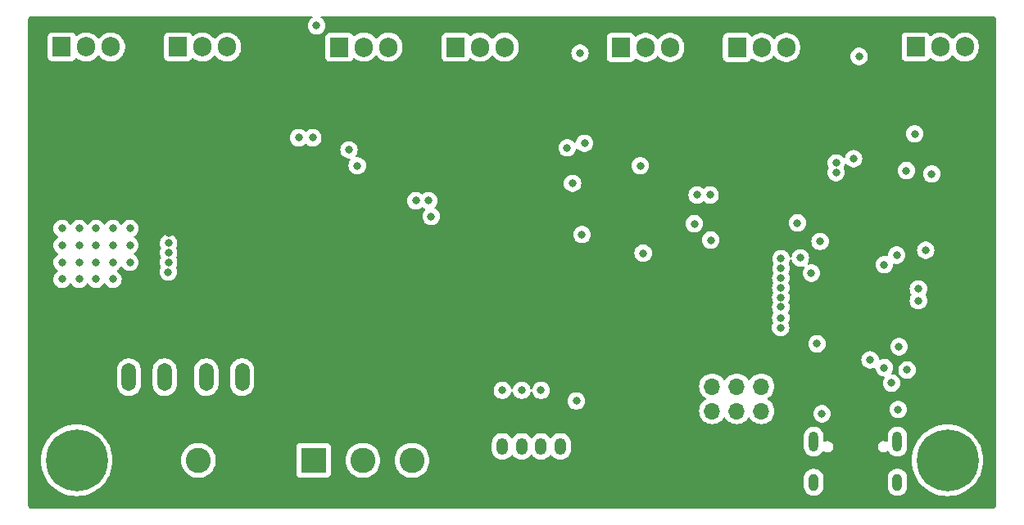
<source format=gbr>
%TF.GenerationSoftware,KiCad,Pcbnew,8.0.5-8.0.5-0~ubuntu24.04.1*%
%TF.CreationDate,2024-10-01T16:14:08+02:00*%
%TF.ProjectId,TFG-Brushless-ESC,5446472d-4272-4757-9368-6c6573732d45,rev?*%
%TF.SameCoordinates,Original*%
%TF.FileFunction,Copper,L3,Inr*%
%TF.FilePolarity,Positive*%
%FSLAX46Y46*%
G04 Gerber Fmt 4.6, Leading zero omitted, Abs format (unit mm)*
G04 Created by KiCad (PCBNEW 8.0.5-8.0.5-0~ubuntu24.04.1) date 2024-10-01 16:14:08*
%MOMM*%
%LPD*%
G01*
G04 APERTURE LIST*
G04 Aperture macros list*
%AMRoundRect*
0 Rectangle with rounded corners*
0 $1 Rounding radius*
0 $2 $3 $4 $5 $6 $7 $8 $9 X,Y pos of 4 corners*
0 Add a 4 corners polygon primitive as box body*
4,1,4,$2,$3,$4,$5,$6,$7,$8,$9,$2,$3,0*
0 Add four circle primitives for the rounded corners*
1,1,$1+$1,$2,$3*
1,1,$1+$1,$4,$5*
1,1,$1+$1,$6,$7*
1,1,$1+$1,$8,$9*
0 Add four rect primitives between the rounded corners*
20,1,$1+$1,$2,$3,$4,$5,0*
20,1,$1+$1,$4,$5,$6,$7,0*
20,1,$1+$1,$6,$7,$8,$9,0*
20,1,$1+$1,$8,$9,$2,$3,0*%
G04 Aperture macros list end*
%TA.AperFunction,ComponentPad*%
%ADD10RoundRect,0.250000X-0.350000X-0.625000X0.350000X-0.625000X0.350000X0.625000X-0.350000X0.625000X0*%
%TD*%
%TA.AperFunction,ComponentPad*%
%ADD11O,1.200000X1.750000*%
%TD*%
%TA.AperFunction,ComponentPad*%
%ADD12O,1.000000X2.100000*%
%TD*%
%TA.AperFunction,ComponentPad*%
%ADD13O,1.000000X1.800000*%
%TD*%
%TA.AperFunction,ComponentPad*%
%ADD14R,1.905000X2.000000*%
%TD*%
%TA.AperFunction,ComponentPad*%
%ADD15O,1.905000X2.000000*%
%TD*%
%TA.AperFunction,ComponentPad*%
%ADD16O,1.500000X2.900000*%
%TD*%
%TA.AperFunction,ComponentPad*%
%ADD17C,0.800000*%
%TD*%
%TA.AperFunction,ComponentPad*%
%ADD18C,6.400000*%
%TD*%
%TA.AperFunction,ComponentPad*%
%ADD19O,1.700000X1.700000*%
%TD*%
%TA.AperFunction,ComponentPad*%
%ADD20R,1.700000X1.700000*%
%TD*%
%TA.AperFunction,ComponentPad*%
%ADD21R,2.600000X2.600000*%
%TD*%
%TA.AperFunction,ComponentPad*%
%ADD22C,2.600000*%
%TD*%
%TA.AperFunction,ViaPad*%
%ADD23C,0.800000*%
%TD*%
G04 APERTURE END LIST*
D10*
%TO.N,GND*%
%TO.C,J4*%
X91276000Y-160078000D03*
D11*
%TO.N,/PA8*%
X93276000Y-160078000D03*
%TO.N,/PA9*%
X95276000Y-160078000D03*
%TO.N,/PA10*%
X97276000Y-160078000D03*
%TO.N,+3V3*%
X99276000Y-160078000D03*
%TD*%
D12*
%TO.N,unconnected-(J2-SHIELD-PadS1)*%
%TO.C,J2*%
X125456000Y-159593000D03*
D13*
%TO.N,unconnected-(J2-SHIELD-PadS1)_3*%
X125456000Y-163793000D03*
D12*
%TO.N,unconnected-(J2-SHIELD-PadS1)_1*%
X134096000Y-159593000D03*
D13*
%TO.N,unconnected-(J2-SHIELD-PadS1)_2*%
X134096000Y-163793000D03*
%TD*%
D14*
%TO.N,Net-(Q4-G)*%
%TO.C,Q4*%
X88436000Y-118743000D03*
D15*
%TO.N,/V*%
X90976000Y-118743000D03*
%TO.N,/Half-Bridge-V/Shunt*%
X93516000Y-118743000D03*
%TD*%
D16*
%TO.N,/24V in*%
%TO.C,F1*%
X66376000Y-152928000D03*
X62676000Y-152928000D03*
%TO.N,/24V fused*%
X58376000Y-152928000D03*
X54676000Y-152928000D03*
%TD*%
D14*
%TO.N,/V_DIV_12*%
%TO.C,U2*%
X135986000Y-118723000D03*
D15*
%TO.N,+12V*%
X138526000Y-118723000D03*
%TO.N,+24V*%
X141066000Y-118723000D03*
%TD*%
D17*
%TO.N,N/C*%
%TO.C,REF\u002A\u002A*%
X136876000Y-161528000D03*
X137578944Y-159830944D03*
X137578944Y-163225056D03*
X139276000Y-159128000D03*
D18*
X139276000Y-161528000D03*
D17*
X139276000Y-163928000D03*
X140973056Y-159830944D03*
X140973056Y-163225056D03*
X141676000Y-161528000D03*
%TD*%
D14*
%TO.N,Net-(Q3-G)*%
%TO.C,Q3*%
X76436000Y-118743000D03*
D15*
%TO.N,+24V*%
X78976000Y-118743000D03*
%TO.N,/V*%
X81516000Y-118743000D03*
%TD*%
D14*
%TO.N,Net-(Q2-G)*%
%TO.C,Q2*%
X59736000Y-118723000D03*
D15*
%TO.N,/U*%
X62276000Y-118723000D03*
%TO.N,/Half-Bridge-U/Shunt*%
X64816000Y-118723000D03*
%TD*%
D14*
%TO.N,Net-(Q1-G)*%
%TO.C,Q1*%
X47736000Y-118723000D03*
D15*
%TO.N,+24V*%
X50276000Y-118723000D03*
%TO.N,/U*%
X52816000Y-118723000D03*
%TD*%
D14*
%TO.N,Net-(Q5-G)*%
%TO.C,Q5*%
X105526000Y-118778000D03*
D15*
%TO.N,+24V*%
X108066000Y-118778000D03*
%TO.N,/W*%
X110606000Y-118778000D03*
%TD*%
D19*
%TO.N,+3V3*%
%TO.C,J5*%
X114956000Y-156418000D03*
X114956000Y-153878000D03*
%TO.N,/I2C_SDA*%
X117496000Y-156418000D03*
%TO.N,/SWDIO*%
X117496000Y-153878000D03*
%TO.N,/I2C_SCL*%
X120036000Y-156418000D03*
%TO.N,/SWSCK*%
X120036000Y-153878000D03*
%TO.N,GND*%
X122576000Y-156418000D03*
D20*
X122576000Y-153878000D03*
%TD*%
D21*
%TO.N,/U*%
%TO.C,J1*%
X73776000Y-161528000D03*
D22*
%TO.N,/V*%
X78856000Y-161528000D03*
%TO.N,/W*%
X83936000Y-161528000D03*
%TD*%
D17*
%TO.N,N/C*%
%TO.C,REF\u002A\u002A*%
X46876000Y-161528000D03*
X47578944Y-159830944D03*
X47578944Y-163225056D03*
X49276000Y-159128000D03*
D18*
X49276000Y-161528000D03*
D17*
X49276000Y-163928000D03*
X50973056Y-159830944D03*
X50973056Y-163225056D03*
X51676000Y-161528000D03*
%TD*%
D14*
%TO.N,Net-(Q6-G)*%
%TO.C,Q6*%
X117526000Y-118778000D03*
D15*
%TO.N,/W*%
X120066000Y-118778000D03*
%TO.N,/Half-Bridge-W/Shunt*%
X122606000Y-118778000D03*
%TD*%
D21*
%TO.N,GND*%
%TO.C,J6*%
X56776000Y-161528000D03*
D22*
%TO.N,/24V in*%
X61856000Y-161528000D03*
%TD*%
D23*
%TO.N,GND*%
X70026000Y-152528000D03*
X70026000Y-154528000D03*
X70026000Y-162778000D03*
X70026000Y-160528000D03*
X70026000Y-158528000D03*
X70026000Y-156528000D03*
X105776000Y-162528000D03*
X107526000Y-162528000D03*
X109276000Y-162528000D03*
X110026000Y-160778000D03*
X108276000Y-160778000D03*
X106526000Y-160778000D03*
X58026000Y-147028000D03*
X59526000Y-145528000D03*
X79026000Y-165028000D03*
X76776000Y-165028000D03*
X74526000Y-165028000D03*
X72276000Y-165028000D03*
X70026000Y-165028000D03*
X67776000Y-165028000D03*
X65526000Y-165028000D03*
X63276000Y-165028000D03*
X61026000Y-165028000D03*
X58776000Y-165028000D03*
X54276000Y-165028000D03*
X56526000Y-165028000D03*
X56526000Y-158528000D03*
X56526000Y-156528000D03*
X58776000Y-156528000D03*
X58776000Y-158528000D03*
X54276000Y-158528000D03*
X54276000Y-156528000D03*
X101526000Y-165278000D03*
X89026000Y-165278000D03*
X77026000Y-134778000D03*
X62526000Y-145528000D03*
X97776000Y-137528000D03*
X84026000Y-140778000D03*
X87463347Y-138065347D03*
X125776000Y-129528000D03*
X73026000Y-142778000D03*
X107526000Y-155528000D03*
X61026000Y-150028000D03*
X97776000Y-133028000D03*
X87776000Y-163028000D03*
X109276000Y-159028000D03*
X57426000Y-131278000D03*
X74026000Y-132778000D03*
X65526000Y-148528000D03*
X90276000Y-151778000D03*
X89026000Y-153528000D03*
X64026000Y-150028000D03*
X77026000Y-142778000D03*
X130276000Y-153278000D03*
X67026000Y-150028000D03*
X45301000Y-134353000D03*
X74026000Y-144778000D03*
X120026000Y-160528000D03*
X75026000Y-134778000D03*
X142276000Y-148028000D03*
X82026000Y-140778000D03*
X75026000Y-138778000D03*
X97376000Y-119403000D03*
X111776000Y-133528000D03*
X61026000Y-147028000D03*
X69026000Y-134778000D03*
X74026000Y-136778000D03*
X81026000Y-138778000D03*
X82026000Y-136778000D03*
X91526000Y-157028000D03*
X134951000Y-143433000D03*
X66026000Y-132778000D03*
X120026000Y-165278000D03*
X71026000Y-142778000D03*
X72076000Y-144728000D03*
X99026000Y-165278000D03*
X72026000Y-132778000D03*
X109926000Y-136553000D03*
X104051000Y-130678000D03*
X72026000Y-136778000D03*
X115276000Y-165278000D03*
X95526000Y-133028000D03*
X76026000Y-140778000D03*
X96526000Y-165278000D03*
X68026000Y-132778000D03*
X104026000Y-165278000D03*
X115276000Y-131328000D03*
X138576000Y-136203000D03*
X97776000Y-135278000D03*
X117776000Y-165278000D03*
X100276000Y-163028000D03*
X80026000Y-140778000D03*
X103921000Y-159778000D03*
X132745999Y-149720804D03*
X139276000Y-155778000D03*
X68026000Y-136778000D03*
X117776000Y-160528000D03*
X91526000Y-153528000D03*
X89026000Y-161028000D03*
X104051000Y-133028000D03*
X94026000Y-165278000D03*
X95276000Y-163028000D03*
X122276000Y-165278000D03*
X90276000Y-155278000D03*
X80026000Y-136778000D03*
X125776000Y-133028000D03*
X73026000Y-130778000D03*
X135526000Y-158028000D03*
X106526000Y-157278000D03*
X73026000Y-134778000D03*
X87776000Y-159028000D03*
X143026000Y-132278000D03*
X70026000Y-140778000D03*
X132801000Y-119428000D03*
X108276000Y-157278000D03*
X107901000Y-133608000D03*
X112326000Y-138753000D03*
X102776000Y-163028000D03*
X123776000Y-133028000D03*
X111526000Y-163028000D03*
X109026000Y-155528000D03*
X58763347Y-138015347D03*
X91526000Y-165278000D03*
X69026000Y-130778000D03*
X66026000Y-136778000D03*
X83026000Y-138778000D03*
X139276000Y-143028000D03*
X95476000Y-137228000D03*
X114026000Y-163028000D03*
X72776000Y-118628000D03*
X97776000Y-163028000D03*
X69026000Y-138778000D03*
X72026000Y-140778000D03*
X110026000Y-157278000D03*
X86076000Y-131278000D03*
X122276000Y-160528000D03*
X87776000Y-155278000D03*
X92776000Y-151778000D03*
X76026000Y-136778000D03*
X104051000Y-135378000D03*
X116526000Y-163028000D03*
X123526000Y-163028000D03*
X90276000Y-163028000D03*
X121276000Y-163028000D03*
X131776000Y-132278000D03*
X75026000Y-142778000D03*
X77026000Y-138778000D03*
X89026000Y-157028000D03*
X73026000Y-138778000D03*
X64026000Y-147028000D03*
X100801000Y-157803000D03*
X71026000Y-134778000D03*
X70026000Y-132778000D03*
X105776000Y-155528000D03*
X81026000Y-142778000D03*
X119026000Y-163028000D03*
X109926000Y-138753000D03*
X61026000Y-144028000D03*
X92776000Y-163028000D03*
X115276000Y-160528000D03*
X71026000Y-138778000D03*
X107526000Y-159028000D03*
X105776000Y-159028000D03*
X70026000Y-136778000D03*
X123776000Y-129528000D03*
X74026000Y-140778000D03*
X112776000Y-165278000D03*
X76026000Y-144778000D03*
X67026000Y-138778000D03*
X139276000Y-141028000D03*
X62526000Y-148528000D03*
X106101000Y-140078000D03*
%TO.N,+3V3*%
X130151000Y-119703000D03*
X132751000Y-151928000D03*
X97276000Y-154278000D03*
X74076000Y-116528000D03*
X123776000Y-136953000D03*
X137026000Y-139778000D03*
X72226000Y-128128000D03*
X133501000Y-153528000D03*
X99976000Y-129178000D03*
X135026000Y-131528000D03*
X137651000Y-131878000D03*
X100926000Y-155378000D03*
X101301000Y-119371435D03*
X95276000Y-154278000D03*
X73676000Y-128128000D03*
X93276000Y-154278000D03*
X135101000Y-152178000D03*
X125796001Y-149464461D03*
X101776000Y-128703000D03*
X132745999Y-141278000D03*
%TO.N,/BOOT0*%
X101501000Y-138153000D03*
X134026000Y-140278000D03*
X107826000Y-140078000D03*
%TO.N,/NRST*%
X113116000Y-137028000D03*
X126119039Y-138867134D03*
%TO.N,/SWSCK*%
X134276000Y-149758000D03*
%TO.N,/SWDIO*%
X131276000Y-151128000D03*
%TO.N,/PA0*%
X124076599Y-140565500D03*
X129576000Y-130303000D03*
%TO.N,/PB0*%
X58776000Y-139028000D03*
X122051000Y-145653000D03*
%TO.N,/PB7*%
X113416000Y-134053000D03*
X127776000Y-131728003D03*
%TO.N,/PA3*%
X100526000Y-132852998D03*
X122076000Y-140653000D03*
%TO.N,/PB10*%
X122038347Y-147778000D03*
X58776000Y-141028003D03*
%TO.N,/PA1*%
X125213653Y-142140347D03*
X114808410Y-138720896D03*
%TO.N,/PB1*%
X58776000Y-140028000D03*
X122055776Y-146778150D03*
%TO.N,/PA7*%
X77426000Y-129378000D03*
X122051000Y-144652997D03*
%TO.N,/PB6*%
X127776000Y-130728000D03*
X114741000Y-134053000D03*
%TO.N,/PA6*%
X122051000Y-143652994D03*
X84326000Y-134653000D03*
%TO.N,/PA5*%
X122051001Y-142652992D03*
X85651000Y-134653000D03*
%TO.N,/I2C_SCL*%
X136276000Y-145003000D03*
%TO.N,/I2C_SDA*%
X136276000Y-143778000D03*
%TO.N,/PA4*%
X122079560Y-141653398D03*
X85926153Y-136278153D03*
%TO.N,+12V*%
X107526000Y-131028000D03*
X78276000Y-131028000D03*
X135901000Y-127728000D03*
X58743759Y-142027486D03*
%TO.N,+24V*%
X49526000Y-141028000D03*
X49526000Y-139278000D03*
X54776000Y-141028000D03*
X54776000Y-139278000D03*
X47776000Y-139278000D03*
X53026000Y-142778000D03*
X53026000Y-141028000D03*
X51276000Y-141028000D03*
X53026000Y-139278000D03*
X51276000Y-142778000D03*
X51276000Y-139278000D03*
X51276000Y-137528000D03*
X54776000Y-137528000D03*
X47776000Y-141028000D03*
X47776000Y-137528000D03*
X53026000Y-137528000D03*
X49526000Y-137528000D03*
X49526000Y-142778000D03*
X47776000Y-142778000D03*
%TO.N,VDC*%
X126301000Y-156703000D03*
X134188500Y-156265500D03*
%TD*%
%TA.AperFunction,Conductor*%
%TO.N,GND*%
G36*
X73605767Y-115547685D02*
G01*
X73651522Y-115600489D01*
X73661466Y-115669647D01*
X73632441Y-115733203D01*
X73611613Y-115752318D01*
X73470129Y-115855111D01*
X73343466Y-115995785D01*
X73248821Y-116159715D01*
X73248818Y-116159722D01*
X73190327Y-116339740D01*
X73190326Y-116339744D01*
X73170540Y-116528000D01*
X73190326Y-116716256D01*
X73190327Y-116716259D01*
X73248818Y-116896277D01*
X73248821Y-116896284D01*
X73343467Y-117060216D01*
X73470129Y-117200888D01*
X73623265Y-117312148D01*
X73623270Y-117312151D01*
X73796192Y-117389142D01*
X73796197Y-117389144D01*
X73981354Y-117428500D01*
X73981355Y-117428500D01*
X74170644Y-117428500D01*
X74170646Y-117428500D01*
X74355803Y-117389144D01*
X74528730Y-117312151D01*
X74681871Y-117200888D01*
X74808533Y-117060216D01*
X74903179Y-116896284D01*
X74961674Y-116716256D01*
X74981460Y-116528000D01*
X74961674Y-116339744D01*
X74903179Y-116159716D01*
X74808533Y-115995784D01*
X74681871Y-115855112D01*
X74540387Y-115752318D01*
X74497721Y-115696988D01*
X74491742Y-115627375D01*
X74524348Y-115565580D01*
X74585186Y-115531223D01*
X74613272Y-115528000D01*
X144013789Y-115528000D01*
X144037980Y-115530383D01*
X144097480Y-115542218D01*
X144142175Y-115560730D01*
X144182272Y-115587522D01*
X144216477Y-115621727D01*
X144243267Y-115661822D01*
X144261781Y-115706517D01*
X144265542Y-115725427D01*
X144273617Y-115766019D01*
X144276000Y-115790210D01*
X144276000Y-166265789D01*
X144273617Y-166289982D01*
X144261781Y-166349482D01*
X144243267Y-166394179D01*
X144216481Y-166434268D01*
X144182269Y-166468479D01*
X144147975Y-166491394D01*
X144142179Y-166495267D01*
X144097482Y-166513781D01*
X144063857Y-166520469D01*
X144037978Y-166525617D01*
X144013789Y-166528000D01*
X44538211Y-166528000D01*
X44514020Y-166525617D01*
X44499189Y-166522667D01*
X44454518Y-166513781D01*
X44409822Y-166495267D01*
X44369727Y-166468477D01*
X44335522Y-166434272D01*
X44308730Y-166394175D01*
X44290218Y-166349480D01*
X44278383Y-166289980D01*
X44276000Y-166265789D01*
X44276000Y-161528000D01*
X45570422Y-161528000D01*
X45590722Y-161915338D01*
X45651398Y-162298433D01*
X45686905Y-162430949D01*
X45751788Y-162673094D01*
X45890787Y-163035197D01*
X46066877Y-163380793D01*
X46278122Y-163706082D01*
X46278124Y-163706084D01*
X46522219Y-164007516D01*
X46796484Y-164281781D01*
X46796488Y-164281784D01*
X47097917Y-164525877D01*
X47423206Y-164737122D01*
X47423211Y-164737125D01*
X47768806Y-164913214D01*
X48130913Y-165052214D01*
X48505567Y-165152602D01*
X48888662Y-165213278D01*
X49254576Y-165232455D01*
X49275999Y-165233578D01*
X49276000Y-165233578D01*
X49276001Y-165233578D01*
X49296301Y-165232514D01*
X49663338Y-165213278D01*
X50046433Y-165152602D01*
X50421087Y-165052214D01*
X50783194Y-164913214D01*
X51128789Y-164737125D01*
X51454084Y-164525876D01*
X51743461Y-164291543D01*
X124455499Y-164291543D01*
X124493947Y-164484829D01*
X124493950Y-164484839D01*
X124569364Y-164666907D01*
X124569371Y-164666920D01*
X124678860Y-164830781D01*
X124678863Y-164830785D01*
X124818214Y-164970136D01*
X124818218Y-164970139D01*
X124982079Y-165079628D01*
X124982092Y-165079635D01*
X125164160Y-165155049D01*
X125164165Y-165155051D01*
X125164169Y-165155051D01*
X125164170Y-165155052D01*
X125357456Y-165193500D01*
X125357459Y-165193500D01*
X125554543Y-165193500D01*
X125684582Y-165167632D01*
X125747835Y-165155051D01*
X125929914Y-165079632D01*
X126093782Y-164970139D01*
X126233139Y-164830782D01*
X126342632Y-164666914D01*
X126418051Y-164484835D01*
X126456500Y-164291543D01*
X133095499Y-164291543D01*
X133133947Y-164484829D01*
X133133950Y-164484839D01*
X133209364Y-164666907D01*
X133209371Y-164666920D01*
X133318860Y-164830781D01*
X133318863Y-164830785D01*
X133458214Y-164970136D01*
X133458218Y-164970139D01*
X133622079Y-165079628D01*
X133622092Y-165079635D01*
X133804160Y-165155049D01*
X133804165Y-165155051D01*
X133804169Y-165155051D01*
X133804170Y-165155052D01*
X133997456Y-165193500D01*
X133997459Y-165193500D01*
X134194543Y-165193500D01*
X134324582Y-165167632D01*
X134387835Y-165155051D01*
X134569914Y-165079632D01*
X134733782Y-164970139D01*
X134873139Y-164830782D01*
X134982632Y-164666914D01*
X135058051Y-164484835D01*
X135096500Y-164291541D01*
X135096500Y-163294459D01*
X135096500Y-163294456D01*
X135058052Y-163101170D01*
X135058051Y-163101169D01*
X135058051Y-163101165D01*
X135054112Y-163091655D01*
X134982635Y-162919092D01*
X134982628Y-162919079D01*
X134873139Y-162755218D01*
X134873136Y-162755214D01*
X134733785Y-162615863D01*
X134733781Y-162615860D01*
X134569920Y-162506371D01*
X134569907Y-162506364D01*
X134387839Y-162430950D01*
X134387829Y-162430947D01*
X134194543Y-162392500D01*
X134194541Y-162392500D01*
X133997459Y-162392500D01*
X133997457Y-162392500D01*
X133804170Y-162430947D01*
X133804160Y-162430950D01*
X133622092Y-162506364D01*
X133622079Y-162506371D01*
X133458218Y-162615860D01*
X133458214Y-162615863D01*
X133318863Y-162755214D01*
X133318860Y-162755218D01*
X133209371Y-162919079D01*
X133209364Y-162919092D01*
X133133950Y-163101160D01*
X133133947Y-163101170D01*
X133095500Y-163294456D01*
X133095500Y-163294459D01*
X133095500Y-164291541D01*
X133095500Y-164291543D01*
X133095499Y-164291543D01*
X126456500Y-164291543D01*
X126456500Y-164291541D01*
X126456500Y-163294459D01*
X126456500Y-163294456D01*
X126418052Y-163101170D01*
X126418051Y-163101169D01*
X126418051Y-163101165D01*
X126414112Y-163091655D01*
X126342635Y-162919092D01*
X126342628Y-162919079D01*
X126233139Y-162755218D01*
X126233136Y-162755214D01*
X126093785Y-162615863D01*
X126093781Y-162615860D01*
X125929920Y-162506371D01*
X125929907Y-162506364D01*
X125747839Y-162430950D01*
X125747829Y-162430947D01*
X125554543Y-162392500D01*
X125554541Y-162392500D01*
X125357459Y-162392500D01*
X125357457Y-162392500D01*
X125164170Y-162430947D01*
X125164160Y-162430950D01*
X124982092Y-162506364D01*
X124982079Y-162506371D01*
X124818218Y-162615860D01*
X124818214Y-162615863D01*
X124678863Y-162755214D01*
X124678860Y-162755218D01*
X124569371Y-162919079D01*
X124569364Y-162919092D01*
X124493950Y-163101160D01*
X124493947Y-163101170D01*
X124455500Y-163294456D01*
X124455500Y-163294459D01*
X124455500Y-164291541D01*
X124455500Y-164291543D01*
X124455499Y-164291543D01*
X51743461Y-164291543D01*
X51755516Y-164281781D01*
X52029781Y-164007516D01*
X52273876Y-163706084D01*
X52485125Y-163380789D01*
X52661214Y-163035194D01*
X52800214Y-162673087D01*
X52900602Y-162298433D01*
X52961278Y-161915338D01*
X52981578Y-161528000D01*
X52981578Y-161527995D01*
X60050451Y-161527995D01*
X60050451Y-161528004D01*
X60070616Y-161797101D01*
X60130664Y-162060188D01*
X60130666Y-162060195D01*
X60224168Y-162298433D01*
X60229257Y-162311398D01*
X60364185Y-162545102D01*
X60466250Y-162673087D01*
X60532442Y-162756089D01*
X60708105Y-162919079D01*
X60730259Y-162939635D01*
X60953226Y-163091651D01*
X61196359Y-163208738D01*
X61454228Y-163288280D01*
X61454229Y-163288280D01*
X61454232Y-163288281D01*
X61721063Y-163328499D01*
X61721068Y-163328499D01*
X61721071Y-163328500D01*
X61721072Y-163328500D01*
X61990928Y-163328500D01*
X61990929Y-163328500D01*
X61990936Y-163328499D01*
X62257767Y-163288281D01*
X62257768Y-163288280D01*
X62257772Y-163288280D01*
X62515641Y-163208738D01*
X62739019Y-163101165D01*
X62758767Y-163091655D01*
X62758767Y-163091654D01*
X62758775Y-163091651D01*
X62981741Y-162939635D01*
X63179561Y-162756085D01*
X63347815Y-162545102D01*
X63482743Y-162311398D01*
X63581334Y-162060195D01*
X63641383Y-161797103D01*
X63661549Y-161528000D01*
X63653935Y-161426402D01*
X63641383Y-161258898D01*
X63641383Y-161258897D01*
X63581334Y-160995805D01*
X63482743Y-160744602D01*
X63347815Y-160510898D01*
X63179561Y-160299915D01*
X63179560Y-160299914D01*
X63179557Y-160299910D01*
X63050469Y-160180135D01*
X71975500Y-160180135D01*
X71975500Y-162875870D01*
X71975501Y-162875876D01*
X71981908Y-162935483D01*
X72032202Y-163070328D01*
X72032206Y-163070335D01*
X72118452Y-163185544D01*
X72118455Y-163185547D01*
X72233664Y-163271793D01*
X72233671Y-163271797D01*
X72368517Y-163322091D01*
X72368516Y-163322091D01*
X72375444Y-163322835D01*
X72428127Y-163328500D01*
X75123872Y-163328499D01*
X75183483Y-163322091D01*
X75318331Y-163271796D01*
X75433546Y-163185546D01*
X75519796Y-163070331D01*
X75570091Y-162935483D01*
X75576500Y-162875873D01*
X75576499Y-161527995D01*
X77050451Y-161527995D01*
X77050451Y-161528004D01*
X77070616Y-161797101D01*
X77130664Y-162060188D01*
X77130666Y-162060195D01*
X77224168Y-162298433D01*
X77229257Y-162311398D01*
X77364185Y-162545102D01*
X77466250Y-162673087D01*
X77532442Y-162756089D01*
X77708105Y-162919079D01*
X77730259Y-162939635D01*
X77953226Y-163091651D01*
X78196359Y-163208738D01*
X78454228Y-163288280D01*
X78454229Y-163288280D01*
X78454232Y-163288281D01*
X78721063Y-163328499D01*
X78721068Y-163328499D01*
X78721071Y-163328500D01*
X78721072Y-163328500D01*
X78990928Y-163328500D01*
X78990929Y-163328500D01*
X78990936Y-163328499D01*
X79257767Y-163288281D01*
X79257768Y-163288280D01*
X79257772Y-163288280D01*
X79515641Y-163208738D01*
X79739019Y-163101165D01*
X79758767Y-163091655D01*
X79758767Y-163091654D01*
X79758775Y-163091651D01*
X79981741Y-162939635D01*
X80179561Y-162756085D01*
X80347815Y-162545102D01*
X80482743Y-162311398D01*
X80581334Y-162060195D01*
X80641383Y-161797103D01*
X80661549Y-161528000D01*
X80661549Y-161527995D01*
X82130451Y-161527995D01*
X82130451Y-161528004D01*
X82150616Y-161797101D01*
X82210664Y-162060188D01*
X82210666Y-162060195D01*
X82304168Y-162298433D01*
X82309257Y-162311398D01*
X82444185Y-162545102D01*
X82546250Y-162673087D01*
X82612442Y-162756089D01*
X82788105Y-162919079D01*
X82810259Y-162939635D01*
X83033226Y-163091651D01*
X83276359Y-163208738D01*
X83534228Y-163288280D01*
X83534229Y-163288280D01*
X83534232Y-163288281D01*
X83801063Y-163328499D01*
X83801068Y-163328499D01*
X83801071Y-163328500D01*
X83801072Y-163328500D01*
X84070928Y-163328500D01*
X84070929Y-163328500D01*
X84070936Y-163328499D01*
X84337767Y-163288281D01*
X84337768Y-163288280D01*
X84337772Y-163288280D01*
X84595641Y-163208738D01*
X84819019Y-163101165D01*
X84838767Y-163091655D01*
X84838767Y-163091654D01*
X84838775Y-163091651D01*
X85061741Y-162939635D01*
X85259561Y-162756085D01*
X85427815Y-162545102D01*
X85562743Y-162311398D01*
X85661334Y-162060195D01*
X85721383Y-161797103D01*
X85741549Y-161528000D01*
X135570422Y-161528000D01*
X135590722Y-161915338D01*
X135651398Y-162298433D01*
X135686905Y-162430949D01*
X135751788Y-162673094D01*
X135890787Y-163035197D01*
X136066877Y-163380793D01*
X136278122Y-163706082D01*
X136278124Y-163706084D01*
X136522219Y-164007516D01*
X136796484Y-164281781D01*
X136796488Y-164281784D01*
X137097917Y-164525877D01*
X137423206Y-164737122D01*
X137423211Y-164737125D01*
X137768806Y-164913214D01*
X138130913Y-165052214D01*
X138505567Y-165152602D01*
X138888662Y-165213278D01*
X139254576Y-165232455D01*
X139275999Y-165233578D01*
X139276000Y-165233578D01*
X139276001Y-165233578D01*
X139296301Y-165232514D01*
X139663338Y-165213278D01*
X140046433Y-165152602D01*
X140421087Y-165052214D01*
X140783194Y-164913214D01*
X141128789Y-164737125D01*
X141454084Y-164525876D01*
X141755516Y-164281781D01*
X142029781Y-164007516D01*
X142273876Y-163706084D01*
X142485125Y-163380789D01*
X142661214Y-163035194D01*
X142800214Y-162673087D01*
X142900602Y-162298433D01*
X142961278Y-161915338D01*
X142981578Y-161528000D01*
X142961278Y-161140662D01*
X142900602Y-160757567D01*
X142800214Y-160382913D01*
X142661214Y-160020806D01*
X142485125Y-159675211D01*
X142470367Y-159652485D01*
X142273877Y-159349917D01*
X142060219Y-159086072D01*
X142029781Y-159048484D01*
X141755516Y-158774219D01*
X141700412Y-158729597D01*
X141454082Y-158530122D01*
X141128793Y-158318877D01*
X140783197Y-158142787D01*
X140421094Y-158003788D01*
X140421087Y-158003786D01*
X140046433Y-157903398D01*
X140046429Y-157903397D01*
X140046428Y-157903397D01*
X139663339Y-157842722D01*
X139276001Y-157822422D01*
X139275999Y-157822422D01*
X138888660Y-157842722D01*
X138505572Y-157903397D01*
X138505570Y-157903397D01*
X138130905Y-158003788D01*
X137768802Y-158142787D01*
X137423206Y-158318877D01*
X137097917Y-158530122D01*
X136796488Y-158774215D01*
X136796480Y-158774222D01*
X136522222Y-159048480D01*
X136522215Y-159048488D01*
X136278122Y-159349917D01*
X136066877Y-159675206D01*
X135890787Y-160020802D01*
X135751788Y-160382905D01*
X135651397Y-160757570D01*
X135651397Y-160757572D01*
X135590722Y-161140660D01*
X135578552Y-161372871D01*
X135570422Y-161528000D01*
X85741549Y-161528000D01*
X85733935Y-161426402D01*
X85721383Y-161258898D01*
X85721383Y-161258897D01*
X85661334Y-160995805D01*
X85562743Y-160744602D01*
X85427815Y-160510898D01*
X85259561Y-160299915D01*
X85259560Y-160299914D01*
X85259557Y-160299910D01*
X85061741Y-160116365D01*
X84945677Y-160037234D01*
X84838775Y-159964349D01*
X84838769Y-159964346D01*
X84838768Y-159964345D01*
X84838767Y-159964344D01*
X84595643Y-159847263D01*
X84595645Y-159847263D01*
X84337773Y-159767720D01*
X84337767Y-159767718D01*
X84070936Y-159727500D01*
X84070929Y-159727500D01*
X83801071Y-159727500D01*
X83801063Y-159727500D01*
X83534232Y-159767718D01*
X83534226Y-159767720D01*
X83276358Y-159847262D01*
X83033230Y-159964346D01*
X82810258Y-160116365D01*
X82612442Y-160299910D01*
X82444185Y-160510898D01*
X82309258Y-160744599D01*
X82309256Y-160744603D01*
X82210666Y-160995804D01*
X82210664Y-160995811D01*
X82150616Y-161258898D01*
X82130451Y-161527995D01*
X80661549Y-161527995D01*
X80653935Y-161426402D01*
X80641383Y-161258898D01*
X80641383Y-161258897D01*
X80581334Y-160995805D01*
X80482743Y-160744602D01*
X80347815Y-160510898D01*
X80179561Y-160299915D01*
X80179560Y-160299914D01*
X80179557Y-160299910D01*
X79981741Y-160116365D01*
X79865677Y-160037234D01*
X79758775Y-159964349D01*
X79758769Y-159964346D01*
X79758768Y-159964345D01*
X79758767Y-159964344D01*
X79515643Y-159847263D01*
X79515645Y-159847263D01*
X79257773Y-159767720D01*
X79257767Y-159767718D01*
X78990936Y-159727500D01*
X78990929Y-159727500D01*
X78721071Y-159727500D01*
X78721063Y-159727500D01*
X78454232Y-159767718D01*
X78454226Y-159767720D01*
X78196358Y-159847262D01*
X77953230Y-159964346D01*
X77730258Y-160116365D01*
X77532442Y-160299910D01*
X77364185Y-160510898D01*
X77229258Y-160744599D01*
X77229256Y-160744603D01*
X77130666Y-160995804D01*
X77130664Y-160995811D01*
X77070616Y-161258898D01*
X77050451Y-161527995D01*
X75576499Y-161527995D01*
X75576499Y-160180128D01*
X75570091Y-160120517D01*
X75568542Y-160116365D01*
X75519797Y-159985671D01*
X75519793Y-159985664D01*
X75433547Y-159870455D01*
X75433544Y-159870452D01*
X75318335Y-159784206D01*
X75318328Y-159784202D01*
X75183482Y-159733908D01*
X75183483Y-159733908D01*
X75123883Y-159727501D01*
X75123881Y-159727500D01*
X75123873Y-159727500D01*
X75123864Y-159727500D01*
X72428129Y-159727500D01*
X72428123Y-159727501D01*
X72368516Y-159733908D01*
X72233671Y-159784202D01*
X72233664Y-159784206D01*
X72118455Y-159870452D01*
X72118452Y-159870455D01*
X72032206Y-159985664D01*
X72032202Y-159985671D01*
X71981908Y-160120517D01*
X71975501Y-160180116D01*
X71975501Y-160180123D01*
X71975500Y-160180135D01*
X63050469Y-160180135D01*
X62981741Y-160116365D01*
X62865677Y-160037234D01*
X62758775Y-159964349D01*
X62758769Y-159964346D01*
X62758768Y-159964345D01*
X62758767Y-159964344D01*
X62515643Y-159847263D01*
X62515645Y-159847263D01*
X62257773Y-159767720D01*
X62257767Y-159767718D01*
X61990936Y-159727500D01*
X61990929Y-159727500D01*
X61721071Y-159727500D01*
X61721063Y-159727500D01*
X61454232Y-159767718D01*
X61454226Y-159767720D01*
X61196358Y-159847262D01*
X60953230Y-159964346D01*
X60730258Y-160116365D01*
X60532442Y-160299910D01*
X60364185Y-160510898D01*
X60229258Y-160744599D01*
X60229256Y-160744603D01*
X60130666Y-160995804D01*
X60130664Y-160995811D01*
X60070616Y-161258898D01*
X60050451Y-161527995D01*
X52981578Y-161527995D01*
X52961278Y-161140662D01*
X52900602Y-160757567D01*
X52800214Y-160382913D01*
X52661214Y-160020806D01*
X52506106Y-159716389D01*
X92175500Y-159716389D01*
X92175500Y-160439610D01*
X92196708Y-160573517D01*
X92202598Y-160610701D01*
X92256127Y-160775445D01*
X92334768Y-160929788D01*
X92436586Y-161069928D01*
X92559072Y-161192414D01*
X92699212Y-161294232D01*
X92853555Y-161372873D01*
X93018299Y-161426402D01*
X93189389Y-161453500D01*
X93189390Y-161453500D01*
X93362610Y-161453500D01*
X93362611Y-161453500D01*
X93533701Y-161426402D01*
X93698445Y-161372873D01*
X93852788Y-161294232D01*
X93992928Y-161192414D01*
X94115414Y-161069928D01*
X94175682Y-160986975D01*
X94231012Y-160944311D01*
X94300626Y-160938332D01*
X94362421Y-160970938D01*
X94376315Y-160986973D01*
X94436586Y-161069928D01*
X94559072Y-161192414D01*
X94699212Y-161294232D01*
X94853555Y-161372873D01*
X95018299Y-161426402D01*
X95189389Y-161453500D01*
X95189390Y-161453500D01*
X95362610Y-161453500D01*
X95362611Y-161453500D01*
X95533701Y-161426402D01*
X95698445Y-161372873D01*
X95852788Y-161294232D01*
X95992928Y-161192414D01*
X96115414Y-161069928D01*
X96175682Y-160986975D01*
X96231012Y-160944311D01*
X96300626Y-160938332D01*
X96362421Y-160970938D01*
X96376315Y-160986973D01*
X96436586Y-161069928D01*
X96559072Y-161192414D01*
X96699212Y-161294232D01*
X96853555Y-161372873D01*
X97018299Y-161426402D01*
X97189389Y-161453500D01*
X97189390Y-161453500D01*
X97362610Y-161453500D01*
X97362611Y-161453500D01*
X97533701Y-161426402D01*
X97698445Y-161372873D01*
X97852788Y-161294232D01*
X97992928Y-161192414D01*
X98115414Y-161069928D01*
X98175682Y-160986975D01*
X98231012Y-160944311D01*
X98300626Y-160938332D01*
X98362421Y-160970938D01*
X98376315Y-160986973D01*
X98436586Y-161069928D01*
X98559072Y-161192414D01*
X98699212Y-161294232D01*
X98853555Y-161372873D01*
X99018299Y-161426402D01*
X99189389Y-161453500D01*
X99189390Y-161453500D01*
X99362610Y-161453500D01*
X99362611Y-161453500D01*
X99533701Y-161426402D01*
X99698445Y-161372873D01*
X99852788Y-161294232D01*
X99992928Y-161192414D01*
X100115414Y-161069928D01*
X100217232Y-160929788D01*
X100295873Y-160775445D01*
X100349402Y-160610701D01*
X100376500Y-160439611D01*
X100376500Y-160241543D01*
X124455499Y-160241543D01*
X124493947Y-160434829D01*
X124493950Y-160434839D01*
X124569364Y-160616907D01*
X124569371Y-160616920D01*
X124678860Y-160780781D01*
X124678863Y-160780785D01*
X124818214Y-160920136D01*
X124818218Y-160920139D01*
X124982079Y-161029628D01*
X124982092Y-161029635D01*
X125164160Y-161105049D01*
X125164165Y-161105051D01*
X125164169Y-161105051D01*
X125164170Y-161105052D01*
X125357456Y-161143500D01*
X125357459Y-161143500D01*
X125554543Y-161143500D01*
X125684582Y-161117632D01*
X125747835Y-161105051D01*
X125929914Y-161029632D01*
X126093782Y-160920139D01*
X126233139Y-160780782D01*
X126342632Y-160616914D01*
X126342635Y-160616906D01*
X126345446Y-160611648D01*
X126394405Y-160561800D01*
X126462542Y-160546335D01*
X126528223Y-160570163D01*
X126530300Y-160571722D01*
X126532632Y-160573512D01*
X126532635Y-160573515D01*
X126663865Y-160649281D01*
X126810234Y-160688500D01*
X126810236Y-160688500D01*
X126961764Y-160688500D01*
X126961766Y-160688500D01*
X127108135Y-160649281D01*
X127239365Y-160573515D01*
X127346515Y-160466365D01*
X127422281Y-160335135D01*
X127461500Y-160188766D01*
X127461500Y-160037234D01*
X132090500Y-160037234D01*
X132090500Y-160188765D01*
X132129719Y-160335136D01*
X132157299Y-160382905D01*
X132205485Y-160466365D01*
X132312635Y-160573515D01*
X132443865Y-160649281D01*
X132590234Y-160688500D01*
X132590236Y-160688500D01*
X132741764Y-160688500D01*
X132741766Y-160688500D01*
X132888135Y-160649281D01*
X133019365Y-160573515D01*
X133019372Y-160573507D01*
X133021694Y-160571726D01*
X133024021Y-160570825D01*
X133026403Y-160569451D01*
X133026617Y-160569822D01*
X133086861Y-160546525D01*
X133155307Y-160560556D01*
X133205302Y-160609365D01*
X133206551Y-160611644D01*
X133209369Y-160616916D01*
X133318860Y-160780781D01*
X133318863Y-160780785D01*
X133458214Y-160920136D01*
X133458218Y-160920139D01*
X133622079Y-161029628D01*
X133622092Y-161029635D01*
X133804160Y-161105049D01*
X133804165Y-161105051D01*
X133804169Y-161105051D01*
X133804170Y-161105052D01*
X133997456Y-161143500D01*
X133997459Y-161143500D01*
X134194543Y-161143500D01*
X134324582Y-161117632D01*
X134387835Y-161105051D01*
X134569914Y-161029632D01*
X134733782Y-160920139D01*
X134873139Y-160780782D01*
X134982632Y-160616914D01*
X134985206Y-160610701D01*
X135011788Y-160546525D01*
X135058051Y-160434835D01*
X135096500Y-160241541D01*
X135096500Y-158944459D01*
X135096500Y-158944456D01*
X135058052Y-158751170D01*
X135058051Y-158751169D01*
X135058051Y-158751165D01*
X135049117Y-158729597D01*
X134982635Y-158569092D01*
X134982628Y-158569079D01*
X134873139Y-158405218D01*
X134873136Y-158405214D01*
X134733785Y-158265863D01*
X134733781Y-158265860D01*
X134569920Y-158156371D01*
X134569907Y-158156364D01*
X134387839Y-158080950D01*
X134387829Y-158080947D01*
X134194543Y-158042500D01*
X134194541Y-158042500D01*
X133997459Y-158042500D01*
X133997457Y-158042500D01*
X133804170Y-158080947D01*
X133804160Y-158080950D01*
X133622092Y-158156364D01*
X133622079Y-158156371D01*
X133458218Y-158265860D01*
X133458214Y-158265863D01*
X133318863Y-158405214D01*
X133318860Y-158405218D01*
X133209371Y-158569079D01*
X133209364Y-158569092D01*
X133133950Y-158751160D01*
X133133947Y-158751170D01*
X133095500Y-158944456D01*
X133095500Y-159481666D01*
X133075815Y-159548705D01*
X133023011Y-159594460D01*
X132953853Y-159604404D01*
X132909501Y-159589054D01*
X132888137Y-159576719D01*
X132783584Y-159548705D01*
X132741766Y-159537500D01*
X132590234Y-159537500D01*
X132443863Y-159576719D01*
X132312635Y-159652485D01*
X132312632Y-159652487D01*
X132205487Y-159759632D01*
X132205485Y-159759635D01*
X132129719Y-159890863D01*
X132090500Y-160037234D01*
X127461500Y-160037234D01*
X127422281Y-159890865D01*
X127346515Y-159759635D01*
X127239365Y-159652485D01*
X127156087Y-159604404D01*
X127108136Y-159576719D01*
X127003584Y-159548705D01*
X126961766Y-159537500D01*
X126810234Y-159537500D01*
X126663862Y-159576719D01*
X126642499Y-159589054D01*
X126574598Y-159605525D01*
X126508572Y-159582673D01*
X126465382Y-159527751D01*
X126456500Y-159481666D01*
X126456500Y-158944456D01*
X126418052Y-158751170D01*
X126418051Y-158751169D01*
X126418051Y-158751165D01*
X126409117Y-158729597D01*
X126342635Y-158569092D01*
X126342628Y-158569079D01*
X126233139Y-158405218D01*
X126233136Y-158405214D01*
X126093785Y-158265863D01*
X126093781Y-158265860D01*
X125929920Y-158156371D01*
X125929907Y-158156364D01*
X125747839Y-158080950D01*
X125747829Y-158080947D01*
X125554543Y-158042500D01*
X125554541Y-158042500D01*
X125357459Y-158042500D01*
X125357457Y-158042500D01*
X125164170Y-158080947D01*
X125164160Y-158080950D01*
X124982092Y-158156364D01*
X124982079Y-158156371D01*
X124818218Y-158265860D01*
X124818214Y-158265863D01*
X124678863Y-158405214D01*
X124678860Y-158405218D01*
X124569371Y-158569079D01*
X124569364Y-158569092D01*
X124493950Y-158751160D01*
X124493947Y-158751170D01*
X124455500Y-158944456D01*
X124455500Y-158944459D01*
X124455500Y-160241541D01*
X124455500Y-160241543D01*
X124455499Y-160241543D01*
X100376500Y-160241543D01*
X100376500Y-159716389D01*
X100349402Y-159545299D01*
X100295873Y-159380555D01*
X100217232Y-159226212D01*
X100115414Y-159086072D01*
X99992928Y-158963586D01*
X99852788Y-158861768D01*
X99698445Y-158783127D01*
X99533701Y-158729598D01*
X99533699Y-158729597D01*
X99533698Y-158729597D01*
X99402271Y-158708781D01*
X99362611Y-158702500D01*
X99189389Y-158702500D01*
X99149728Y-158708781D01*
X99018302Y-158729597D01*
X98853552Y-158783128D01*
X98699211Y-158861768D01*
X98619256Y-158919859D01*
X98559072Y-158963586D01*
X98559070Y-158963588D01*
X98559069Y-158963588D01*
X98436588Y-159086069D01*
X98436581Y-159086078D01*
X98376317Y-159169023D01*
X98320987Y-159211689D01*
X98251374Y-159217667D01*
X98189579Y-159185061D01*
X98175683Y-159169023D01*
X98115418Y-159086078D01*
X98115414Y-159086072D01*
X97992928Y-158963586D01*
X97852788Y-158861768D01*
X97698445Y-158783127D01*
X97533701Y-158729598D01*
X97533699Y-158729597D01*
X97533698Y-158729597D01*
X97402271Y-158708781D01*
X97362611Y-158702500D01*
X97189389Y-158702500D01*
X97149728Y-158708781D01*
X97018302Y-158729597D01*
X96853552Y-158783128D01*
X96699211Y-158861768D01*
X96619256Y-158919859D01*
X96559072Y-158963586D01*
X96559070Y-158963588D01*
X96559069Y-158963588D01*
X96436588Y-159086069D01*
X96436581Y-159086078D01*
X96376317Y-159169023D01*
X96320987Y-159211689D01*
X96251374Y-159217667D01*
X96189579Y-159185061D01*
X96175683Y-159169023D01*
X96115418Y-159086078D01*
X96115414Y-159086072D01*
X95992928Y-158963586D01*
X95852788Y-158861768D01*
X95698445Y-158783127D01*
X95533701Y-158729598D01*
X95533699Y-158729597D01*
X95533698Y-158729597D01*
X95402271Y-158708781D01*
X95362611Y-158702500D01*
X95189389Y-158702500D01*
X95149728Y-158708781D01*
X95018302Y-158729597D01*
X94853552Y-158783128D01*
X94699211Y-158861768D01*
X94619256Y-158919859D01*
X94559072Y-158963586D01*
X94559070Y-158963588D01*
X94559069Y-158963588D01*
X94436588Y-159086069D01*
X94436581Y-159086078D01*
X94376317Y-159169023D01*
X94320987Y-159211689D01*
X94251374Y-159217667D01*
X94189579Y-159185061D01*
X94175683Y-159169023D01*
X94115418Y-159086078D01*
X94115414Y-159086072D01*
X93992928Y-158963586D01*
X93852788Y-158861768D01*
X93698445Y-158783127D01*
X93533701Y-158729598D01*
X93533699Y-158729597D01*
X93533698Y-158729597D01*
X93402271Y-158708781D01*
X93362611Y-158702500D01*
X93189389Y-158702500D01*
X93149728Y-158708781D01*
X93018302Y-158729597D01*
X92853552Y-158783128D01*
X92699211Y-158861768D01*
X92619256Y-158919859D01*
X92559072Y-158963586D01*
X92559070Y-158963588D01*
X92559069Y-158963588D01*
X92436588Y-159086069D01*
X92436588Y-159086070D01*
X92436586Y-159086072D01*
X92436582Y-159086078D01*
X92334768Y-159226211D01*
X92256128Y-159380552D01*
X92202597Y-159545302D01*
X92175500Y-159716389D01*
X52506106Y-159716389D01*
X52485125Y-159675211D01*
X52470367Y-159652485D01*
X52273877Y-159349917D01*
X52060219Y-159086072D01*
X52029781Y-159048484D01*
X51755516Y-158774219D01*
X51700412Y-158729597D01*
X51454082Y-158530122D01*
X51128793Y-158318877D01*
X50783197Y-158142787D01*
X50421094Y-158003788D01*
X50421087Y-158003786D01*
X50046433Y-157903398D01*
X50046429Y-157903397D01*
X50046428Y-157903397D01*
X49663339Y-157842722D01*
X49276001Y-157822422D01*
X49275999Y-157822422D01*
X48888660Y-157842722D01*
X48505572Y-157903397D01*
X48505570Y-157903397D01*
X48130905Y-158003788D01*
X47768802Y-158142787D01*
X47423206Y-158318877D01*
X47097917Y-158530122D01*
X46796488Y-158774215D01*
X46796480Y-158774222D01*
X46522222Y-159048480D01*
X46522215Y-159048488D01*
X46278122Y-159349917D01*
X46066877Y-159675206D01*
X45890787Y-160020802D01*
X45751788Y-160382905D01*
X45651397Y-160757570D01*
X45651397Y-160757572D01*
X45590722Y-161140660D01*
X45578552Y-161372871D01*
X45570422Y-161528000D01*
X44276000Y-161528000D01*
X44276000Y-155378000D01*
X100020540Y-155378000D01*
X100040326Y-155566256D01*
X100040327Y-155566259D01*
X100098818Y-155746277D01*
X100098821Y-155746284D01*
X100193467Y-155910216D01*
X100301421Y-156030111D01*
X100320129Y-156050888D01*
X100473265Y-156162148D01*
X100473270Y-156162151D01*
X100646192Y-156239142D01*
X100646197Y-156239144D01*
X100831354Y-156278500D01*
X100831355Y-156278500D01*
X101020644Y-156278500D01*
X101020646Y-156278500D01*
X101205803Y-156239144D01*
X101378730Y-156162151D01*
X101531871Y-156050888D01*
X101658533Y-155910216D01*
X101753179Y-155746284D01*
X101811674Y-155566256D01*
X101831460Y-155378000D01*
X101811674Y-155189744D01*
X101753179Y-155009716D01*
X101658533Y-154845784D01*
X101531871Y-154705112D01*
X101521426Y-154697523D01*
X101378734Y-154593851D01*
X101378729Y-154593848D01*
X101205807Y-154516857D01*
X101205802Y-154516855D01*
X101060001Y-154485865D01*
X101020646Y-154477500D01*
X100831354Y-154477500D01*
X100798897Y-154484398D01*
X100646197Y-154516855D01*
X100646192Y-154516857D01*
X100473270Y-154593848D01*
X100473265Y-154593851D01*
X100320129Y-154705111D01*
X100193466Y-154845785D01*
X100098821Y-155009715D01*
X100098818Y-155009722D01*
X100043979Y-155178500D01*
X100040326Y-155189744D01*
X100020540Y-155378000D01*
X44276000Y-155378000D01*
X44276000Y-152129577D01*
X53425500Y-152129577D01*
X53425500Y-153726422D01*
X53456290Y-153920826D01*
X53517117Y-154108029D01*
X53603722Y-154278000D01*
X53606476Y-154283405D01*
X53722172Y-154442646D01*
X53861354Y-154581828D01*
X54020595Y-154697524D01*
X54103455Y-154739743D01*
X54195970Y-154786882D01*
X54195972Y-154786882D01*
X54195975Y-154786884D01*
X54267777Y-154810214D01*
X54383173Y-154847709D01*
X54577578Y-154878500D01*
X54577583Y-154878500D01*
X54774422Y-154878500D01*
X54968826Y-154847709D01*
X54974747Y-154845785D01*
X55156025Y-154786884D01*
X55331405Y-154697524D01*
X55490646Y-154581828D01*
X55629828Y-154442646D01*
X55745524Y-154283405D01*
X55834884Y-154108025D01*
X55895709Y-153920826D01*
X55902492Y-153877999D01*
X55926500Y-153726422D01*
X55926500Y-152129577D01*
X57125500Y-152129577D01*
X57125500Y-153726422D01*
X57156290Y-153920826D01*
X57217117Y-154108029D01*
X57303722Y-154278000D01*
X57306476Y-154283405D01*
X57422172Y-154442646D01*
X57561354Y-154581828D01*
X57720595Y-154697524D01*
X57803455Y-154739743D01*
X57895970Y-154786882D01*
X57895972Y-154786882D01*
X57895975Y-154786884D01*
X57967777Y-154810214D01*
X58083173Y-154847709D01*
X58277578Y-154878500D01*
X58277583Y-154878500D01*
X58474422Y-154878500D01*
X58668826Y-154847709D01*
X58674747Y-154845785D01*
X58856025Y-154786884D01*
X59031405Y-154697524D01*
X59190646Y-154581828D01*
X59329828Y-154442646D01*
X59445524Y-154283405D01*
X59534884Y-154108025D01*
X59595709Y-153920826D01*
X59602492Y-153877999D01*
X59626500Y-153726422D01*
X59626500Y-152129577D01*
X61425500Y-152129577D01*
X61425500Y-153726422D01*
X61456290Y-153920826D01*
X61517117Y-154108029D01*
X61603722Y-154278000D01*
X61606476Y-154283405D01*
X61722172Y-154442646D01*
X61861354Y-154581828D01*
X62020595Y-154697524D01*
X62103455Y-154739743D01*
X62195970Y-154786882D01*
X62195972Y-154786882D01*
X62195975Y-154786884D01*
X62267777Y-154810214D01*
X62383173Y-154847709D01*
X62577578Y-154878500D01*
X62577583Y-154878500D01*
X62774422Y-154878500D01*
X62968826Y-154847709D01*
X62974747Y-154845785D01*
X63156025Y-154786884D01*
X63331405Y-154697524D01*
X63490646Y-154581828D01*
X63629828Y-154442646D01*
X63745524Y-154283405D01*
X63834884Y-154108025D01*
X63895709Y-153920826D01*
X63902492Y-153877999D01*
X63926500Y-153726422D01*
X63926500Y-152129577D01*
X65125500Y-152129577D01*
X65125500Y-153726422D01*
X65156290Y-153920826D01*
X65217117Y-154108029D01*
X65303722Y-154278000D01*
X65306476Y-154283405D01*
X65422172Y-154442646D01*
X65561354Y-154581828D01*
X65720595Y-154697524D01*
X65803455Y-154739743D01*
X65895970Y-154786882D01*
X65895972Y-154786882D01*
X65895975Y-154786884D01*
X65967777Y-154810214D01*
X66083173Y-154847709D01*
X66277578Y-154878500D01*
X66277583Y-154878500D01*
X66474422Y-154878500D01*
X66668826Y-154847709D01*
X66674747Y-154845785D01*
X66856025Y-154786884D01*
X67031405Y-154697524D01*
X67190646Y-154581828D01*
X67329828Y-154442646D01*
X67445524Y-154283405D01*
X67448278Y-154278000D01*
X92370540Y-154278000D01*
X92390326Y-154466256D01*
X92390327Y-154466259D01*
X92448818Y-154646277D01*
X92448821Y-154646284D01*
X92543467Y-154810216D01*
X92639164Y-154916498D01*
X92670129Y-154950888D01*
X92823265Y-155062148D01*
X92823270Y-155062151D01*
X92996192Y-155139142D01*
X92996197Y-155139144D01*
X93181354Y-155178500D01*
X93181355Y-155178500D01*
X93370644Y-155178500D01*
X93370646Y-155178500D01*
X93555803Y-155139144D01*
X93728730Y-155062151D01*
X93881871Y-154950888D01*
X94008533Y-154810216D01*
X94103179Y-154646284D01*
X94158069Y-154477351D01*
X94197506Y-154419675D01*
X94261865Y-154392477D01*
X94330711Y-154404392D01*
X94382187Y-154451636D01*
X94393931Y-154477351D01*
X94448818Y-154646277D01*
X94448821Y-154646284D01*
X94543467Y-154810216D01*
X94639164Y-154916498D01*
X94670129Y-154950888D01*
X94823265Y-155062148D01*
X94823270Y-155062151D01*
X94996192Y-155139142D01*
X94996197Y-155139144D01*
X95181354Y-155178500D01*
X95181355Y-155178500D01*
X95370644Y-155178500D01*
X95370646Y-155178500D01*
X95555803Y-155139144D01*
X95728730Y-155062151D01*
X95881871Y-154950888D01*
X96008533Y-154810216D01*
X96103179Y-154646284D01*
X96158069Y-154477351D01*
X96197506Y-154419675D01*
X96261865Y-154392477D01*
X96330711Y-154404392D01*
X96382187Y-154451636D01*
X96393931Y-154477351D01*
X96448818Y-154646277D01*
X96448821Y-154646284D01*
X96543467Y-154810216D01*
X96639164Y-154916498D01*
X96670129Y-154950888D01*
X96823265Y-155062148D01*
X96823270Y-155062151D01*
X96996192Y-155139142D01*
X96996197Y-155139144D01*
X97181354Y-155178500D01*
X97181355Y-155178500D01*
X97370644Y-155178500D01*
X97370646Y-155178500D01*
X97555803Y-155139144D01*
X97728730Y-155062151D01*
X97881871Y-154950888D01*
X98008533Y-154810216D01*
X98103179Y-154646284D01*
X98161674Y-154466256D01*
X98181460Y-154278000D01*
X98161674Y-154089744D01*
X98103179Y-153909716D01*
X98084867Y-153877999D01*
X113600341Y-153877999D01*
X113600341Y-153878000D01*
X113620936Y-154113403D01*
X113620938Y-154113413D01*
X113682094Y-154341655D01*
X113682096Y-154341659D01*
X113682097Y-154341663D01*
X113740196Y-154466256D01*
X113781965Y-154555830D01*
X113781967Y-154555834D01*
X113881180Y-154697523D01*
X113917501Y-154749396D01*
X113917506Y-154749402D01*
X114084597Y-154916493D01*
X114084603Y-154916498D01*
X114270158Y-155046425D01*
X114313783Y-155101002D01*
X114320977Y-155170500D01*
X114289454Y-155232855D01*
X114270158Y-155249575D01*
X114084597Y-155379505D01*
X113917505Y-155546597D01*
X113781965Y-155740169D01*
X113781964Y-155740171D01*
X113682098Y-155954335D01*
X113682094Y-155954344D01*
X113620938Y-156182586D01*
X113620936Y-156182596D01*
X113600341Y-156417999D01*
X113600341Y-156418000D01*
X113620936Y-156653403D01*
X113620938Y-156653413D01*
X113682094Y-156881655D01*
X113682096Y-156881659D01*
X113682097Y-156881663D01*
X113760430Y-157049648D01*
X113781965Y-157095830D01*
X113781967Y-157095834D01*
X113879563Y-157235214D01*
X113917505Y-157289401D01*
X114084599Y-157456495D01*
X114181384Y-157524265D01*
X114278165Y-157592032D01*
X114278167Y-157592033D01*
X114278170Y-157592035D01*
X114492337Y-157691903D01*
X114720592Y-157753063D01*
X114908918Y-157769539D01*
X114955999Y-157773659D01*
X114956000Y-157773659D01*
X114956001Y-157773659D01*
X114995234Y-157770226D01*
X115191408Y-157753063D01*
X115419663Y-157691903D01*
X115633830Y-157592035D01*
X115827401Y-157456495D01*
X115994495Y-157289401D01*
X116124425Y-157103842D01*
X116179002Y-157060217D01*
X116248500Y-157053023D01*
X116310855Y-157084546D01*
X116327575Y-157103842D01*
X116457500Y-157289395D01*
X116457505Y-157289401D01*
X116624599Y-157456495D01*
X116721384Y-157524265D01*
X116818165Y-157592032D01*
X116818167Y-157592033D01*
X116818170Y-157592035D01*
X117032337Y-157691903D01*
X117260592Y-157753063D01*
X117448918Y-157769539D01*
X117495999Y-157773659D01*
X117496000Y-157773659D01*
X117496001Y-157773659D01*
X117535234Y-157770226D01*
X117731408Y-157753063D01*
X117959663Y-157691903D01*
X118173830Y-157592035D01*
X118367401Y-157456495D01*
X118534495Y-157289401D01*
X118664425Y-157103842D01*
X118719002Y-157060217D01*
X118788500Y-157053023D01*
X118850855Y-157084546D01*
X118867575Y-157103842D01*
X118997500Y-157289395D01*
X118997505Y-157289401D01*
X119164599Y-157456495D01*
X119261384Y-157524265D01*
X119358165Y-157592032D01*
X119358167Y-157592033D01*
X119358170Y-157592035D01*
X119572337Y-157691903D01*
X119800592Y-157753063D01*
X119988918Y-157769539D01*
X120035999Y-157773659D01*
X120036000Y-157773659D01*
X120036001Y-157773659D01*
X120075234Y-157770226D01*
X120271408Y-157753063D01*
X120499663Y-157691903D01*
X120713830Y-157592035D01*
X120907401Y-157456495D01*
X121074495Y-157289401D01*
X121210035Y-157095830D01*
X121309903Y-156881663D01*
X121357775Y-156703000D01*
X125395540Y-156703000D01*
X125415326Y-156891256D01*
X125415327Y-156891259D01*
X125473818Y-157071277D01*
X125473821Y-157071284D01*
X125568467Y-157235216D01*
X125695129Y-157375888D01*
X125848265Y-157487148D01*
X125848270Y-157487151D01*
X126021192Y-157564142D01*
X126021197Y-157564144D01*
X126206354Y-157603500D01*
X126206355Y-157603500D01*
X126395644Y-157603500D01*
X126395646Y-157603500D01*
X126580803Y-157564144D01*
X126753730Y-157487151D01*
X126906871Y-157375888D01*
X127033533Y-157235216D01*
X127128179Y-157071284D01*
X127186674Y-156891256D01*
X127206460Y-156703000D01*
X127186674Y-156514744D01*
X127128179Y-156334716D01*
X127088217Y-156265500D01*
X133283040Y-156265500D01*
X133302826Y-156453756D01*
X133302827Y-156453759D01*
X133361318Y-156633777D01*
X133361321Y-156633784D01*
X133455967Y-156797716D01*
X133539089Y-156890032D01*
X133582629Y-156938388D01*
X133735765Y-157049648D01*
X133735770Y-157049651D01*
X133908692Y-157126642D01*
X133908697Y-157126644D01*
X134093854Y-157166000D01*
X134093855Y-157166000D01*
X134283144Y-157166000D01*
X134283146Y-157166000D01*
X134468303Y-157126644D01*
X134641230Y-157049651D01*
X134794371Y-156938388D01*
X134921033Y-156797716D01*
X135015679Y-156633784D01*
X135074174Y-156453756D01*
X135093960Y-156265500D01*
X135074174Y-156077244D01*
X135015679Y-155897216D01*
X134921033Y-155733284D01*
X134794371Y-155592612D01*
X134794370Y-155592611D01*
X134641234Y-155481351D01*
X134641229Y-155481348D01*
X134468307Y-155404357D01*
X134468302Y-155404355D01*
X134322501Y-155373365D01*
X134283146Y-155365000D01*
X134093854Y-155365000D01*
X134061397Y-155371898D01*
X133908697Y-155404355D01*
X133908692Y-155404357D01*
X133735770Y-155481348D01*
X133735765Y-155481351D01*
X133582629Y-155592611D01*
X133455966Y-155733285D01*
X133361321Y-155897215D01*
X133361318Y-155897222D01*
X133302827Y-156077240D01*
X133302826Y-156077244D01*
X133283040Y-156265500D01*
X127088217Y-156265500D01*
X127033533Y-156170784D01*
X126906871Y-156030112D01*
X126906870Y-156030111D01*
X126753734Y-155918851D01*
X126753729Y-155918848D01*
X126580807Y-155841857D01*
X126580802Y-155841855D01*
X126435001Y-155810865D01*
X126395646Y-155802500D01*
X126206354Y-155802500D01*
X126173897Y-155809398D01*
X126021197Y-155841855D01*
X126021192Y-155841857D01*
X125848270Y-155918848D01*
X125848265Y-155918851D01*
X125695129Y-156030111D01*
X125568466Y-156170785D01*
X125473821Y-156334715D01*
X125473818Y-156334722D01*
X125446760Y-156418000D01*
X125415326Y-156514744D01*
X125395540Y-156703000D01*
X121357775Y-156703000D01*
X121371063Y-156653408D01*
X121391659Y-156418000D01*
X121371063Y-156182592D01*
X121309903Y-155954337D01*
X121210035Y-155740171D01*
X121205214Y-155733285D01*
X121074494Y-155546597D01*
X120907402Y-155379506D01*
X120907396Y-155379501D01*
X120721842Y-155249575D01*
X120678217Y-155194998D01*
X120671023Y-155125500D01*
X120702546Y-155063145D01*
X120721842Y-155046425D01*
X120774269Y-155009715D01*
X120907401Y-154916495D01*
X121074495Y-154749401D01*
X121210035Y-154555830D01*
X121309903Y-154341663D01*
X121371063Y-154113408D01*
X121391659Y-153878000D01*
X121371063Y-153642592D01*
X121309903Y-153414337D01*
X121210035Y-153200171D01*
X121204425Y-153192158D01*
X121074494Y-153006597D01*
X120907402Y-152839506D01*
X120907395Y-152839501D01*
X120713834Y-152703967D01*
X120713830Y-152703965D01*
X120713828Y-152703964D01*
X120499663Y-152604097D01*
X120499659Y-152604096D01*
X120499655Y-152604094D01*
X120271413Y-152542938D01*
X120271403Y-152542936D01*
X120036001Y-152522341D01*
X120035999Y-152522341D01*
X119800596Y-152542936D01*
X119800586Y-152542938D01*
X119572344Y-152604094D01*
X119572335Y-152604098D01*
X119358171Y-152703964D01*
X119358169Y-152703965D01*
X119164597Y-152839505D01*
X118997505Y-153006597D01*
X118867575Y-153192158D01*
X118812998Y-153235783D01*
X118743500Y-153242977D01*
X118681145Y-153211454D01*
X118664425Y-153192158D01*
X118534494Y-153006597D01*
X118367402Y-152839506D01*
X118367395Y-152839501D01*
X118173834Y-152703967D01*
X118173830Y-152703965D01*
X118173828Y-152703964D01*
X117959663Y-152604097D01*
X117959659Y-152604096D01*
X117959655Y-152604094D01*
X117731413Y-152542938D01*
X117731403Y-152542936D01*
X117496001Y-152522341D01*
X117495999Y-152522341D01*
X117260596Y-152542936D01*
X117260586Y-152542938D01*
X117032344Y-152604094D01*
X117032335Y-152604098D01*
X116818171Y-152703964D01*
X116818169Y-152703965D01*
X116624597Y-152839505D01*
X116457505Y-153006597D01*
X116327575Y-153192158D01*
X116272998Y-153235783D01*
X116203500Y-153242977D01*
X116141145Y-153211454D01*
X116124425Y-153192158D01*
X115994494Y-153006597D01*
X115827402Y-152839506D01*
X115827395Y-152839501D01*
X115633834Y-152703967D01*
X115633830Y-152703965D01*
X115633828Y-152703964D01*
X115419663Y-152604097D01*
X115419659Y-152604096D01*
X115419655Y-152604094D01*
X115191413Y-152542938D01*
X115191403Y-152542936D01*
X114956001Y-152522341D01*
X114955999Y-152522341D01*
X114720596Y-152542936D01*
X114720586Y-152542938D01*
X114492344Y-152604094D01*
X114492335Y-152604098D01*
X114278171Y-152703964D01*
X114278169Y-152703965D01*
X114084597Y-152839505D01*
X113917505Y-153006597D01*
X113781965Y-153200169D01*
X113781964Y-153200171D01*
X113682098Y-153414335D01*
X113682094Y-153414344D01*
X113620938Y-153642586D01*
X113620936Y-153642596D01*
X113600341Y-153877999D01*
X98084867Y-153877999D01*
X98008533Y-153745784D01*
X97881871Y-153605112D01*
X97881870Y-153605111D01*
X97728734Y-153493851D01*
X97728729Y-153493848D01*
X97555807Y-153416857D01*
X97555802Y-153416855D01*
X97410001Y-153385865D01*
X97370646Y-153377500D01*
X97181354Y-153377500D01*
X97148897Y-153384398D01*
X96996197Y-153416855D01*
X96996192Y-153416857D01*
X96823270Y-153493848D01*
X96823265Y-153493851D01*
X96670129Y-153605111D01*
X96543466Y-153745785D01*
X96448821Y-153909715D01*
X96448818Y-153909722D01*
X96393931Y-154078648D01*
X96354493Y-154136324D01*
X96290135Y-154163522D01*
X96221288Y-154151607D01*
X96169813Y-154104363D01*
X96158069Y-154078648D01*
X96103181Y-153909722D01*
X96103180Y-153909721D01*
X96103179Y-153909716D01*
X96008533Y-153745784D01*
X95881871Y-153605112D01*
X95881870Y-153605111D01*
X95728734Y-153493851D01*
X95728729Y-153493848D01*
X95555807Y-153416857D01*
X95555802Y-153416855D01*
X95410001Y-153385865D01*
X95370646Y-153377500D01*
X95181354Y-153377500D01*
X95148897Y-153384398D01*
X94996197Y-153416855D01*
X94996192Y-153416857D01*
X94823270Y-153493848D01*
X94823265Y-153493851D01*
X94670129Y-153605111D01*
X94543466Y-153745785D01*
X94448821Y-153909715D01*
X94448818Y-153909722D01*
X94393931Y-154078648D01*
X94354493Y-154136324D01*
X94290135Y-154163522D01*
X94221288Y-154151607D01*
X94169813Y-154104363D01*
X94158069Y-154078648D01*
X94103181Y-153909722D01*
X94103180Y-153909721D01*
X94103179Y-153909716D01*
X94008533Y-153745784D01*
X93881871Y-153605112D01*
X93881870Y-153605111D01*
X93728734Y-153493851D01*
X93728729Y-153493848D01*
X93555807Y-153416857D01*
X93555802Y-153416855D01*
X93410001Y-153385865D01*
X93370646Y-153377500D01*
X93181354Y-153377500D01*
X93148897Y-153384398D01*
X92996197Y-153416855D01*
X92996192Y-153416857D01*
X92823270Y-153493848D01*
X92823265Y-153493851D01*
X92670129Y-153605111D01*
X92543466Y-153745785D01*
X92448821Y-153909715D01*
X92448818Y-153909722D01*
X92399921Y-154060214D01*
X92390326Y-154089744D01*
X92370540Y-154278000D01*
X67448278Y-154278000D01*
X67534884Y-154108025D01*
X67595709Y-153920826D01*
X67602492Y-153877999D01*
X67626500Y-153726422D01*
X67626500Y-152129577D01*
X67595709Y-151935173D01*
X67567487Y-151848317D01*
X67534884Y-151747975D01*
X67534882Y-151747972D01*
X67534882Y-151747970D01*
X67445523Y-151572594D01*
X67436171Y-151559722D01*
X67329828Y-151413354D01*
X67190646Y-151274172D01*
X67031405Y-151158476D01*
X66980793Y-151132688D01*
X66971592Y-151128000D01*
X130370540Y-151128000D01*
X130390326Y-151316256D01*
X130390327Y-151316259D01*
X130448818Y-151496277D01*
X130448821Y-151496284D01*
X130543467Y-151660216D01*
X130622486Y-151747975D01*
X130670129Y-151800888D01*
X130823265Y-151912148D01*
X130823270Y-151912151D01*
X130996192Y-151989142D01*
X130996197Y-151989144D01*
X131181354Y-152028500D01*
X131181355Y-152028500D01*
X131370644Y-152028500D01*
X131370646Y-152028500D01*
X131555803Y-151989144D01*
X131682810Y-151932595D01*
X131752060Y-151923311D01*
X131815336Y-151952939D01*
X131852550Y-152012073D01*
X131856565Y-152032907D01*
X131865326Y-152116256D01*
X131865327Y-152116259D01*
X131923818Y-152296277D01*
X131923821Y-152296284D01*
X132018467Y-152460216D01*
X132103821Y-152555011D01*
X132145129Y-152600888D01*
X132298265Y-152712148D01*
X132298270Y-152712151D01*
X132471192Y-152789142D01*
X132471197Y-152789144D01*
X132656354Y-152828500D01*
X132656355Y-152828500D01*
X132662822Y-152829180D01*
X132662515Y-152832094D01*
X132717313Y-152848185D01*
X132763068Y-152900989D01*
X132773012Y-152970147D01*
X132757661Y-153014500D01*
X132673821Y-153159715D01*
X132673818Y-153159722D01*
X132615327Y-153339740D01*
X132615326Y-153339744D01*
X132595540Y-153528000D01*
X132615326Y-153716256D01*
X132615327Y-153716259D01*
X132673818Y-153896277D01*
X132673821Y-153896284D01*
X132768467Y-154060216D01*
X132895129Y-154200888D01*
X133048265Y-154312148D01*
X133048270Y-154312151D01*
X133221192Y-154389142D01*
X133221197Y-154389144D01*
X133406354Y-154428500D01*
X133406355Y-154428500D01*
X133595644Y-154428500D01*
X133595646Y-154428500D01*
X133780803Y-154389144D01*
X133953730Y-154312151D01*
X134106871Y-154200888D01*
X134233533Y-154060216D01*
X134328179Y-153896284D01*
X134386674Y-153716256D01*
X134406460Y-153528000D01*
X134386674Y-153339744D01*
X134328179Y-153159716D01*
X134233533Y-152995784D01*
X134106871Y-152855112D01*
X134106870Y-152855111D01*
X133953734Y-152743851D01*
X133953729Y-152743848D01*
X133780807Y-152666857D01*
X133780802Y-152666855D01*
X133595644Y-152627499D01*
X133589178Y-152626820D01*
X133589484Y-152623905D01*
X133534687Y-152607815D01*
X133488932Y-152555011D01*
X133478988Y-152485853D01*
X133494339Y-152441500D01*
X133537779Y-152366259D01*
X133578179Y-152296284D01*
X133616612Y-152178000D01*
X134195540Y-152178000D01*
X134215326Y-152366256D01*
X134215327Y-152366259D01*
X134273818Y-152546277D01*
X134273821Y-152546284D01*
X134368467Y-152710216D01*
X134474971Y-152828500D01*
X134495129Y-152850888D01*
X134648265Y-152962148D01*
X134648270Y-152962151D01*
X134821192Y-153039142D01*
X134821197Y-153039144D01*
X135006354Y-153078500D01*
X135006355Y-153078500D01*
X135195644Y-153078500D01*
X135195646Y-153078500D01*
X135380803Y-153039144D01*
X135553730Y-152962151D01*
X135706871Y-152850888D01*
X135833533Y-152710216D01*
X135928179Y-152546284D01*
X135986674Y-152366256D01*
X136006460Y-152178000D01*
X135986674Y-151989744D01*
X135928179Y-151809716D01*
X135833533Y-151645784D01*
X135706871Y-151505112D01*
X135706870Y-151505111D01*
X135553734Y-151393851D01*
X135553729Y-151393848D01*
X135380807Y-151316857D01*
X135380802Y-151316855D01*
X135235001Y-151285865D01*
X135195646Y-151277500D01*
X135006354Y-151277500D01*
X134973897Y-151284398D01*
X134821197Y-151316855D01*
X134821192Y-151316857D01*
X134648270Y-151393848D01*
X134648265Y-151393851D01*
X134495129Y-151505111D01*
X134368466Y-151645785D01*
X134273821Y-151809715D01*
X134273818Y-151809722D01*
X134215521Y-151989144D01*
X134215326Y-151989744D01*
X134195540Y-152178000D01*
X133616612Y-152178000D01*
X133636674Y-152116256D01*
X133656460Y-151928000D01*
X133636674Y-151739744D01*
X133578179Y-151559716D01*
X133483533Y-151395784D01*
X133356871Y-151255112D01*
X133332000Y-151237042D01*
X133203734Y-151143851D01*
X133203729Y-151143848D01*
X133030807Y-151066857D01*
X133030802Y-151066855D01*
X132885001Y-151035865D01*
X132845646Y-151027500D01*
X132656354Y-151027500D01*
X132623897Y-151034398D01*
X132471197Y-151066855D01*
X132344188Y-151123404D01*
X132274938Y-151132688D01*
X132211662Y-151103060D01*
X132174449Y-151043925D01*
X132170434Y-151023097D01*
X132161674Y-150939744D01*
X132103179Y-150759716D01*
X132008533Y-150595784D01*
X131881871Y-150455112D01*
X131881870Y-150455111D01*
X131728734Y-150343851D01*
X131728729Y-150343848D01*
X131555807Y-150266857D01*
X131555802Y-150266855D01*
X131410001Y-150235865D01*
X131370646Y-150227500D01*
X131181354Y-150227500D01*
X131148897Y-150234398D01*
X130996197Y-150266855D01*
X130996192Y-150266857D01*
X130823270Y-150343848D01*
X130823265Y-150343851D01*
X130670129Y-150455111D01*
X130543466Y-150595785D01*
X130448821Y-150759715D01*
X130448818Y-150759722D01*
X130390327Y-150939740D01*
X130390326Y-150939744D01*
X130370540Y-151128000D01*
X66971592Y-151128000D01*
X66856029Y-151069117D01*
X66668826Y-151008290D01*
X66474422Y-150977500D01*
X66474417Y-150977500D01*
X66277583Y-150977500D01*
X66277578Y-150977500D01*
X66083173Y-151008290D01*
X65895970Y-151069117D01*
X65720594Y-151158476D01*
X65629741Y-151224485D01*
X65561354Y-151274172D01*
X65561352Y-151274174D01*
X65561351Y-151274174D01*
X65422174Y-151413351D01*
X65422174Y-151413352D01*
X65422172Y-151413354D01*
X65372485Y-151481741D01*
X65306476Y-151572594D01*
X65217117Y-151747970D01*
X65156290Y-151935173D01*
X65125500Y-152129577D01*
X63926500Y-152129577D01*
X63895709Y-151935173D01*
X63867487Y-151848317D01*
X63834884Y-151747975D01*
X63834882Y-151747972D01*
X63834882Y-151747970D01*
X63745523Y-151572594D01*
X63736171Y-151559722D01*
X63629828Y-151413354D01*
X63490646Y-151274172D01*
X63331405Y-151158476D01*
X63280793Y-151132688D01*
X63156029Y-151069117D01*
X62968826Y-151008290D01*
X62774422Y-150977500D01*
X62774417Y-150977500D01*
X62577583Y-150977500D01*
X62577578Y-150977500D01*
X62383173Y-151008290D01*
X62195970Y-151069117D01*
X62020594Y-151158476D01*
X61929741Y-151224485D01*
X61861354Y-151274172D01*
X61861352Y-151274174D01*
X61861351Y-151274174D01*
X61722174Y-151413351D01*
X61722174Y-151413352D01*
X61722172Y-151413354D01*
X61672485Y-151481741D01*
X61606476Y-151572594D01*
X61517117Y-151747970D01*
X61456290Y-151935173D01*
X61425500Y-152129577D01*
X59626500Y-152129577D01*
X59595709Y-151935173D01*
X59567487Y-151848317D01*
X59534884Y-151747975D01*
X59534882Y-151747972D01*
X59534882Y-151747970D01*
X59445523Y-151572594D01*
X59436171Y-151559722D01*
X59329828Y-151413354D01*
X59190646Y-151274172D01*
X59031405Y-151158476D01*
X58980793Y-151132688D01*
X58856029Y-151069117D01*
X58668826Y-151008290D01*
X58474422Y-150977500D01*
X58474417Y-150977500D01*
X58277583Y-150977500D01*
X58277578Y-150977500D01*
X58083173Y-151008290D01*
X57895970Y-151069117D01*
X57720594Y-151158476D01*
X57629741Y-151224485D01*
X57561354Y-151274172D01*
X57561352Y-151274174D01*
X57561351Y-151274174D01*
X57422174Y-151413351D01*
X57422174Y-151413352D01*
X57422172Y-151413354D01*
X57372485Y-151481741D01*
X57306476Y-151572594D01*
X57217117Y-151747970D01*
X57156290Y-151935173D01*
X57125500Y-152129577D01*
X55926500Y-152129577D01*
X55895709Y-151935173D01*
X55867487Y-151848317D01*
X55834884Y-151747975D01*
X55834882Y-151747972D01*
X55834882Y-151747970D01*
X55745523Y-151572594D01*
X55736171Y-151559722D01*
X55629828Y-151413354D01*
X55490646Y-151274172D01*
X55331405Y-151158476D01*
X55280793Y-151132688D01*
X55156029Y-151069117D01*
X54968826Y-151008290D01*
X54774422Y-150977500D01*
X54774417Y-150977500D01*
X54577583Y-150977500D01*
X54577578Y-150977500D01*
X54383173Y-151008290D01*
X54195970Y-151069117D01*
X54020594Y-151158476D01*
X53929741Y-151224485D01*
X53861354Y-151274172D01*
X53861352Y-151274174D01*
X53861351Y-151274174D01*
X53722174Y-151413351D01*
X53722174Y-151413352D01*
X53722172Y-151413354D01*
X53672485Y-151481741D01*
X53606476Y-151572594D01*
X53517117Y-151747970D01*
X53456290Y-151935173D01*
X53425500Y-152129577D01*
X44276000Y-152129577D01*
X44276000Y-149464461D01*
X124890541Y-149464461D01*
X124910327Y-149652717D01*
X124910328Y-149652720D01*
X124968819Y-149832738D01*
X124968822Y-149832745D01*
X125063468Y-149996677D01*
X125180161Y-150126277D01*
X125190130Y-150137349D01*
X125343266Y-150248609D01*
X125343271Y-150248612D01*
X125516193Y-150325603D01*
X125516198Y-150325605D01*
X125701355Y-150364961D01*
X125701356Y-150364961D01*
X125890645Y-150364961D01*
X125890647Y-150364961D01*
X126075804Y-150325605D01*
X126248731Y-150248612D01*
X126401872Y-150137349D01*
X126528534Y-149996677D01*
X126623180Y-149832745D01*
X126647466Y-149758000D01*
X133370540Y-149758000D01*
X133390326Y-149946256D01*
X133390327Y-149946259D01*
X133448818Y-150126277D01*
X133448821Y-150126284D01*
X133543467Y-150290216D01*
X133610768Y-150364961D01*
X133670129Y-150430888D01*
X133823265Y-150542148D01*
X133823270Y-150542151D01*
X133996192Y-150619142D01*
X133996197Y-150619144D01*
X134181354Y-150658500D01*
X134181355Y-150658500D01*
X134370644Y-150658500D01*
X134370646Y-150658500D01*
X134555803Y-150619144D01*
X134728730Y-150542151D01*
X134881871Y-150430888D01*
X135008533Y-150290216D01*
X135103179Y-150126284D01*
X135161674Y-149946256D01*
X135181460Y-149758000D01*
X135161674Y-149569744D01*
X135103179Y-149389716D01*
X135008533Y-149225784D01*
X134881871Y-149085112D01*
X134881870Y-149085111D01*
X134728734Y-148973851D01*
X134728729Y-148973848D01*
X134555807Y-148896857D01*
X134555802Y-148896855D01*
X134410001Y-148865865D01*
X134370646Y-148857500D01*
X134181354Y-148857500D01*
X134148897Y-148864398D01*
X133996197Y-148896855D01*
X133996192Y-148896857D01*
X133823270Y-148973848D01*
X133823265Y-148973851D01*
X133670129Y-149085111D01*
X133543466Y-149225785D01*
X133448821Y-149389715D01*
X133448818Y-149389722D01*
X133390327Y-149569740D01*
X133390326Y-149569744D01*
X133370540Y-149758000D01*
X126647466Y-149758000D01*
X126681675Y-149652717D01*
X126701461Y-149464461D01*
X126681675Y-149276205D01*
X126623180Y-149096177D01*
X126528534Y-148932245D01*
X126401872Y-148791573D01*
X126401871Y-148791572D01*
X126248735Y-148680312D01*
X126248730Y-148680309D01*
X126075808Y-148603318D01*
X126075803Y-148603316D01*
X125930002Y-148572326D01*
X125890647Y-148563961D01*
X125701355Y-148563961D01*
X125668898Y-148570859D01*
X125516198Y-148603316D01*
X125516193Y-148603318D01*
X125343271Y-148680309D01*
X125343266Y-148680312D01*
X125190130Y-148791572D01*
X125063467Y-148932246D01*
X124968822Y-149096176D01*
X124968819Y-149096183D01*
X124910328Y-149276201D01*
X124910327Y-149276205D01*
X124890541Y-149464461D01*
X44276000Y-149464461D01*
X44276000Y-147778000D01*
X121132887Y-147778000D01*
X121152673Y-147966256D01*
X121152674Y-147966259D01*
X121211165Y-148146277D01*
X121211168Y-148146284D01*
X121305814Y-148310216D01*
X121432476Y-148450888D01*
X121585612Y-148562148D01*
X121585617Y-148562151D01*
X121758539Y-148639142D01*
X121758544Y-148639144D01*
X121943701Y-148678500D01*
X121943702Y-148678500D01*
X122132991Y-148678500D01*
X122132993Y-148678500D01*
X122318150Y-148639144D01*
X122491077Y-148562151D01*
X122644218Y-148450888D01*
X122770880Y-148310216D01*
X122865526Y-148146284D01*
X122924021Y-147966256D01*
X122943807Y-147778000D01*
X122924021Y-147589744D01*
X122865526Y-147409716D01*
X122834031Y-147355166D01*
X122817560Y-147287267D01*
X122834032Y-147231169D01*
X122882955Y-147146434D01*
X122941450Y-146966406D01*
X122961236Y-146778150D01*
X122941450Y-146589894D01*
X122882955Y-146409866D01*
X122804187Y-146273436D01*
X122787715Y-146205538D01*
X122804185Y-146149443D01*
X122878179Y-146021284D01*
X122936674Y-145841256D01*
X122956460Y-145653000D01*
X122936674Y-145464744D01*
X122878179Y-145284716D01*
X122837927Y-145214997D01*
X122821454Y-145147097D01*
X122837928Y-145090997D01*
X122878179Y-145021281D01*
X122936674Y-144841253D01*
X122956460Y-144652997D01*
X122936674Y-144464741D01*
X122878179Y-144284713D01*
X122837927Y-144214994D01*
X122821454Y-144147094D01*
X122837928Y-144090994D01*
X122878179Y-144021278D01*
X122936674Y-143841250D01*
X122943322Y-143778000D01*
X135370540Y-143778000D01*
X135390326Y-143966256D01*
X135390327Y-143966259D01*
X135448818Y-144146277D01*
X135448821Y-144146284D01*
X135543466Y-144310215D01*
X135547285Y-144315471D01*
X135545489Y-144316775D01*
X135571280Y-144370544D01*
X135562641Y-144439877D01*
X135546514Y-144464969D01*
X135547285Y-144465529D01*
X135543466Y-144470784D01*
X135448821Y-144634715D01*
X135448818Y-144634722D01*
X135390327Y-144814740D01*
X135390326Y-144814744D01*
X135370540Y-145003000D01*
X135390326Y-145191256D01*
X135390327Y-145191259D01*
X135448818Y-145371277D01*
X135448821Y-145371284D01*
X135543467Y-145535216D01*
X135670129Y-145675888D01*
X135823265Y-145787148D01*
X135823270Y-145787151D01*
X135996192Y-145864142D01*
X135996197Y-145864144D01*
X136181354Y-145903500D01*
X136181355Y-145903500D01*
X136370644Y-145903500D01*
X136370646Y-145903500D01*
X136555803Y-145864144D01*
X136728730Y-145787151D01*
X136881871Y-145675888D01*
X137008533Y-145535216D01*
X137103179Y-145371284D01*
X137161674Y-145191256D01*
X137181460Y-145003000D01*
X137161674Y-144814744D01*
X137103179Y-144634716D01*
X137008533Y-144470784D01*
X137004715Y-144465529D01*
X137006515Y-144464221D01*
X136980725Y-144410488D01*
X136989345Y-144341152D01*
X137005488Y-144316032D01*
X137004715Y-144315471D01*
X137008529Y-144310220D01*
X137008533Y-144310216D01*
X137103179Y-144146284D01*
X137161674Y-143966256D01*
X137181460Y-143778000D01*
X137161674Y-143589744D01*
X137103179Y-143409716D01*
X137008533Y-143245784D01*
X136881871Y-143105112D01*
X136881870Y-143105111D01*
X136728734Y-142993851D01*
X136728729Y-142993848D01*
X136555807Y-142916857D01*
X136555802Y-142916855D01*
X136410001Y-142885865D01*
X136370646Y-142877500D01*
X136181354Y-142877500D01*
X136148897Y-142884398D01*
X135996197Y-142916855D01*
X135996192Y-142916857D01*
X135823270Y-142993848D01*
X135823265Y-142993851D01*
X135670129Y-143105111D01*
X135543466Y-143245785D01*
X135448821Y-143409715D01*
X135448818Y-143409722D01*
X135390327Y-143589740D01*
X135390326Y-143589744D01*
X135370540Y-143778000D01*
X122943322Y-143778000D01*
X122956460Y-143652994D01*
X122936674Y-143464738D01*
X122878179Y-143284710D01*
X122837928Y-143214993D01*
X122821455Y-143147092D01*
X122837929Y-143090992D01*
X122849105Y-143071633D01*
X122878180Y-143021276D01*
X122936675Y-142841248D01*
X122956461Y-142652992D01*
X122936675Y-142464736D01*
X122878180Y-142284708D01*
X122852324Y-142239924D01*
X122835852Y-142172027D01*
X122852323Y-142115931D01*
X122906739Y-142021682D01*
X122965234Y-141841654D01*
X122985020Y-141653398D01*
X122965234Y-141465142D01*
X122906739Y-141285114D01*
X122866987Y-141216262D01*
X122864593Y-141212115D01*
X122848120Y-141144214D01*
X122864593Y-141088114D01*
X122903179Y-141021284D01*
X122961674Y-140841256D01*
X122963676Y-140822204D01*
X122990258Y-140757593D01*
X123047555Y-140717608D01*
X123117374Y-140714947D01*
X123177548Y-140750455D01*
X123204927Y-140796850D01*
X123249417Y-140933777D01*
X123249420Y-140933784D01*
X123344066Y-141097716D01*
X123440750Y-141205094D01*
X123470728Y-141238388D01*
X123623864Y-141349648D01*
X123623869Y-141349651D01*
X123796791Y-141426642D01*
X123796796Y-141426644D01*
X123981953Y-141466000D01*
X123981954Y-141466000D01*
X124171243Y-141466000D01*
X124171245Y-141466000D01*
X124345584Y-141428943D01*
X124415249Y-141434259D01*
X124470983Y-141476396D01*
X124495088Y-141541976D01*
X124479911Y-141610177D01*
X124478751Y-141612232D01*
X124386473Y-141772065D01*
X124386471Y-141772069D01*
X124335644Y-141928500D01*
X124327979Y-141952091D01*
X124308193Y-142140347D01*
X124327979Y-142328603D01*
X124327980Y-142328606D01*
X124386471Y-142508624D01*
X124386474Y-142508631D01*
X124481120Y-142672563D01*
X124576056Y-142778000D01*
X124607782Y-142813235D01*
X124760918Y-142924495D01*
X124760923Y-142924498D01*
X124933845Y-143001489D01*
X124933850Y-143001491D01*
X125119007Y-143040847D01*
X125119008Y-143040847D01*
X125308297Y-143040847D01*
X125308299Y-143040847D01*
X125493456Y-143001491D01*
X125666383Y-142924498D01*
X125819524Y-142813235D01*
X125946186Y-142672563D01*
X126040832Y-142508631D01*
X126099327Y-142328603D01*
X126119113Y-142140347D01*
X126099327Y-141952091D01*
X126040832Y-141772063D01*
X125946186Y-141608131D01*
X125819524Y-141467459D01*
X125819523Y-141467458D01*
X125666387Y-141356198D01*
X125666382Y-141356195D01*
X125493460Y-141279204D01*
X125493455Y-141279202D01*
X125487800Y-141278000D01*
X131840539Y-141278000D01*
X131860325Y-141466256D01*
X131860326Y-141466259D01*
X131918817Y-141646277D01*
X131918820Y-141646284D01*
X132013466Y-141810216D01*
X132119182Y-141927625D01*
X132140128Y-141950888D01*
X132293264Y-142062148D01*
X132293269Y-142062151D01*
X132466191Y-142139142D01*
X132466196Y-142139144D01*
X132651353Y-142178500D01*
X132651354Y-142178500D01*
X132840643Y-142178500D01*
X132840645Y-142178500D01*
X133025802Y-142139144D01*
X133198729Y-142062151D01*
X133351870Y-141950888D01*
X133478532Y-141810216D01*
X133573178Y-141646284D01*
X133631673Y-141466256D01*
X133651459Y-141278000D01*
X133651459Y-141277997D01*
X133651459Y-141272133D01*
X133671144Y-141205094D01*
X133723948Y-141159339D01*
X133793106Y-141149395D01*
X133801221Y-141150839D01*
X133931354Y-141178500D01*
X133931355Y-141178500D01*
X134120644Y-141178500D01*
X134120646Y-141178500D01*
X134305803Y-141139144D01*
X134478730Y-141062151D01*
X134631871Y-140950888D01*
X134758533Y-140810216D01*
X134853179Y-140646284D01*
X134911674Y-140466256D01*
X134931460Y-140278000D01*
X134911674Y-140089744D01*
X134853179Y-139909716D01*
X134777133Y-139778000D01*
X136120540Y-139778000D01*
X136140326Y-139966256D01*
X136140327Y-139966259D01*
X136198818Y-140146277D01*
X136198821Y-140146284D01*
X136293467Y-140310216D01*
X136389487Y-140416857D01*
X136420129Y-140450888D01*
X136573265Y-140562148D01*
X136573270Y-140562151D01*
X136746192Y-140639142D01*
X136746197Y-140639144D01*
X136931354Y-140678500D01*
X136931355Y-140678500D01*
X137120644Y-140678500D01*
X137120646Y-140678500D01*
X137305803Y-140639144D01*
X137478730Y-140562151D01*
X137631871Y-140450888D01*
X137758533Y-140310216D01*
X137853179Y-140146284D01*
X137911674Y-139966256D01*
X137931460Y-139778000D01*
X137911674Y-139589744D01*
X137853179Y-139409716D01*
X137758533Y-139245784D01*
X137631871Y-139105112D01*
X137610719Y-139089744D01*
X137478734Y-138993851D01*
X137478729Y-138993848D01*
X137305807Y-138916857D01*
X137305802Y-138916855D01*
X137160001Y-138885865D01*
X137120646Y-138877500D01*
X136931354Y-138877500D01*
X136898897Y-138884398D01*
X136746197Y-138916855D01*
X136746192Y-138916857D01*
X136573270Y-138993848D01*
X136573265Y-138993851D01*
X136420129Y-139105111D01*
X136293466Y-139245785D01*
X136198821Y-139409715D01*
X136198818Y-139409722D01*
X136154609Y-139545785D01*
X136140326Y-139589744D01*
X136120540Y-139778000D01*
X134777133Y-139778000D01*
X134758533Y-139745784D01*
X134631871Y-139605112D01*
X134631870Y-139605111D01*
X134478734Y-139493851D01*
X134478729Y-139493848D01*
X134305807Y-139416857D01*
X134305802Y-139416855D01*
X134160001Y-139385865D01*
X134120646Y-139377500D01*
X133931354Y-139377500D01*
X133898897Y-139384398D01*
X133746197Y-139416855D01*
X133746192Y-139416857D01*
X133573270Y-139493848D01*
X133573265Y-139493851D01*
X133420129Y-139605111D01*
X133293466Y-139745785D01*
X133198821Y-139909715D01*
X133198818Y-139909722D01*
X133147852Y-140066580D01*
X133140326Y-140089744D01*
X133121774Y-140266259D01*
X133120540Y-140278002D01*
X133120540Y-140283866D01*
X133100855Y-140350905D01*
X133048051Y-140396660D01*
X132978893Y-140406604D01*
X132970760Y-140405156D01*
X132840645Y-140377500D01*
X132651353Y-140377500D01*
X132618896Y-140384398D01*
X132466196Y-140416855D01*
X132466191Y-140416857D01*
X132293269Y-140493848D01*
X132293264Y-140493851D01*
X132140128Y-140605111D01*
X132013465Y-140745785D01*
X131918820Y-140909715D01*
X131918817Y-140909722D01*
X131860929Y-141087885D01*
X131860325Y-141089744D01*
X131840539Y-141278000D01*
X125487800Y-141278000D01*
X125347654Y-141248212D01*
X125308299Y-141239847D01*
X125119007Y-141239847D01*
X125119006Y-141239847D01*
X124944668Y-141276903D01*
X124875001Y-141271587D01*
X124819268Y-141229450D01*
X124795163Y-141163870D01*
X124810340Y-141095668D01*
X124811501Y-141093613D01*
X124829667Y-141062148D01*
X124903778Y-140933784D01*
X124962273Y-140753756D01*
X124982059Y-140565500D01*
X124962273Y-140377244D01*
X124903778Y-140197216D01*
X124809132Y-140033284D01*
X124682470Y-139892612D01*
X124649762Y-139868848D01*
X124529333Y-139781351D01*
X124529328Y-139781348D01*
X124356406Y-139704357D01*
X124356401Y-139704355D01*
X124210600Y-139673365D01*
X124171245Y-139665000D01*
X123981953Y-139665000D01*
X123949496Y-139671898D01*
X123796796Y-139704355D01*
X123796791Y-139704357D01*
X123623869Y-139781348D01*
X123623864Y-139781351D01*
X123470728Y-139892611D01*
X123344065Y-140033285D01*
X123249420Y-140197215D01*
X123249417Y-140197222D01*
X123190925Y-140377242D01*
X123190924Y-140377245D01*
X123188922Y-140396296D01*
X123162336Y-140460910D01*
X123105038Y-140500893D01*
X123035219Y-140503551D01*
X122975046Y-140468040D01*
X122947672Y-140421650D01*
X122903179Y-140284716D01*
X122808533Y-140120784D01*
X122681871Y-139980112D01*
X122662800Y-139966256D01*
X122528734Y-139868851D01*
X122528729Y-139868848D01*
X122355807Y-139791857D01*
X122355802Y-139791855D01*
X122210001Y-139760865D01*
X122170646Y-139752500D01*
X121981354Y-139752500D01*
X121948897Y-139759398D01*
X121796197Y-139791855D01*
X121796192Y-139791857D01*
X121623270Y-139868848D01*
X121623265Y-139868851D01*
X121470129Y-139980111D01*
X121343466Y-140120785D01*
X121248821Y-140284715D01*
X121248818Y-140284722D01*
X121190327Y-140464740D01*
X121190326Y-140464744D01*
X121170540Y-140653000D01*
X121190326Y-140841256D01*
X121190327Y-140841259D01*
X121248818Y-141021277D01*
X121248820Y-141021281D01*
X121248821Y-141021284D01*
X121272414Y-141062148D01*
X121290967Y-141094283D01*
X121307439Y-141162183D01*
X121290967Y-141218281D01*
X121252380Y-141285116D01*
X121252378Y-141285120D01*
X121198403Y-141451240D01*
X121193886Y-141465142D01*
X121174100Y-141653398D01*
X121193886Y-141841654D01*
X121193887Y-141841657D01*
X121252381Y-142021683D01*
X121278234Y-142066462D01*
X121294707Y-142134362D01*
X121278234Y-142190462D01*
X121223822Y-142284706D01*
X121183204Y-142409716D01*
X121165327Y-142464736D01*
X121145541Y-142652992D01*
X121165327Y-142841248D01*
X121165328Y-142841251D01*
X121223819Y-143021269D01*
X121223822Y-143021276D01*
X121264072Y-143090991D01*
X121280545Y-143158892D01*
X121264073Y-143214990D01*
X121223820Y-143284710D01*
X121169826Y-143450888D01*
X121165326Y-143464738D01*
X121145540Y-143652994D01*
X121165326Y-143841250D01*
X121165327Y-143841253D01*
X121223821Y-144021279D01*
X121264071Y-144090994D01*
X121280544Y-144158894D01*
X121264073Y-144214992D01*
X121223819Y-144284716D01*
X121165495Y-144464221D01*
X121165326Y-144464741D01*
X121145540Y-144652997D01*
X121165326Y-144841253D01*
X121165327Y-144841256D01*
X121223821Y-145021282D01*
X121264071Y-145090997D01*
X121280544Y-145158897D01*
X121264073Y-145214995D01*
X121223819Y-145284719D01*
X121195695Y-145371277D01*
X121165326Y-145464744D01*
X121145540Y-145653000D01*
X121165326Y-145841256D01*
X121165327Y-145841259D01*
X121223818Y-146021277D01*
X121223819Y-146021279D01*
X121223821Y-146021284D01*
X121267464Y-146096876D01*
X121302587Y-146157712D01*
X121319059Y-146225612D01*
X121302587Y-146281710D01*
X121228596Y-146409868D01*
X121228594Y-146409872D01*
X121170103Y-146589890D01*
X121170102Y-146589894D01*
X121150316Y-146778150D01*
X121170102Y-146966406D01*
X121170103Y-146966409D01*
X121228597Y-147146435D01*
X121260089Y-147200981D01*
X121276562Y-147268881D01*
X121260089Y-147324981D01*
X121211168Y-147409714D01*
X121152674Y-147589740D01*
X121152673Y-147589744D01*
X121132887Y-147778000D01*
X44276000Y-147778000D01*
X44276000Y-137528000D01*
X46870540Y-137528000D01*
X46890326Y-137716256D01*
X46890327Y-137716259D01*
X46948818Y-137896277D01*
X46948821Y-137896284D01*
X47043467Y-138060216D01*
X47170129Y-138200888D01*
X47310236Y-138302682D01*
X47352902Y-138358012D01*
X47358881Y-138427625D01*
X47326275Y-138489420D01*
X47310236Y-138503318D01*
X47170129Y-138605111D01*
X47043466Y-138745785D01*
X46948821Y-138909715D01*
X46948818Y-138909722D01*
X46890509Y-139089180D01*
X46890326Y-139089744D01*
X46870540Y-139278000D01*
X46890326Y-139466256D01*
X46890327Y-139466259D01*
X46948818Y-139646277D01*
X46948821Y-139646284D01*
X47043467Y-139810216D01*
X47133063Y-139909722D01*
X47170129Y-139950888D01*
X47310236Y-140052682D01*
X47352902Y-140108012D01*
X47358881Y-140177625D01*
X47326275Y-140239420D01*
X47310236Y-140253318D01*
X47170129Y-140355111D01*
X47043466Y-140495785D01*
X46948821Y-140659715D01*
X46948818Y-140659722D01*
X46890327Y-140839740D01*
X46890326Y-140839744D01*
X46870540Y-141028000D01*
X46890326Y-141216256D01*
X46890327Y-141216259D01*
X46948818Y-141396277D01*
X46948821Y-141396284D01*
X47043467Y-141560216D01*
X47127369Y-141653398D01*
X47170129Y-141700888D01*
X47310236Y-141802682D01*
X47352902Y-141858012D01*
X47358881Y-141927625D01*
X47326275Y-141989420D01*
X47310236Y-142003318D01*
X47170129Y-142105111D01*
X47043466Y-142245785D01*
X46948821Y-142409715D01*
X46948818Y-142409722D01*
X46916681Y-142508631D01*
X46890326Y-142589744D01*
X46870540Y-142778000D01*
X46890326Y-142966256D01*
X46890327Y-142966259D01*
X46948818Y-143146277D01*
X46948821Y-143146284D01*
X47043467Y-143310216D01*
X47133063Y-143409722D01*
X47170129Y-143450888D01*
X47323265Y-143562148D01*
X47323270Y-143562151D01*
X47496192Y-143639142D01*
X47496197Y-143639144D01*
X47681354Y-143678500D01*
X47681355Y-143678500D01*
X47870644Y-143678500D01*
X47870646Y-143678500D01*
X48055803Y-143639144D01*
X48228730Y-143562151D01*
X48381871Y-143450888D01*
X48508533Y-143310216D01*
X48543613Y-143249454D01*
X48594179Y-143201240D01*
X48662786Y-143188016D01*
X48727651Y-143213984D01*
X48758385Y-143249453D01*
X48778741Y-143284709D01*
X48793467Y-143310216D01*
X48920129Y-143450888D01*
X49073265Y-143562148D01*
X49073270Y-143562151D01*
X49246192Y-143639142D01*
X49246197Y-143639144D01*
X49431354Y-143678500D01*
X49431355Y-143678500D01*
X49620644Y-143678500D01*
X49620646Y-143678500D01*
X49805803Y-143639144D01*
X49978730Y-143562151D01*
X50131871Y-143450888D01*
X50258533Y-143310216D01*
X50293613Y-143249454D01*
X50344179Y-143201240D01*
X50412786Y-143188016D01*
X50477651Y-143213984D01*
X50508385Y-143249453D01*
X50528741Y-143284709D01*
X50543467Y-143310216D01*
X50670129Y-143450888D01*
X50823265Y-143562148D01*
X50823270Y-143562151D01*
X50996192Y-143639142D01*
X50996197Y-143639144D01*
X51181354Y-143678500D01*
X51181355Y-143678500D01*
X51370644Y-143678500D01*
X51370646Y-143678500D01*
X51555803Y-143639144D01*
X51728730Y-143562151D01*
X51881871Y-143450888D01*
X52008533Y-143310216D01*
X52043613Y-143249454D01*
X52094179Y-143201240D01*
X52162786Y-143188016D01*
X52227651Y-143213984D01*
X52258385Y-143249453D01*
X52278741Y-143284709D01*
X52293467Y-143310216D01*
X52420129Y-143450888D01*
X52573265Y-143562148D01*
X52573270Y-143562151D01*
X52746192Y-143639142D01*
X52746197Y-143639144D01*
X52931354Y-143678500D01*
X52931355Y-143678500D01*
X53120644Y-143678500D01*
X53120646Y-143678500D01*
X53305803Y-143639144D01*
X53478730Y-143562151D01*
X53631871Y-143450888D01*
X53758533Y-143310216D01*
X53853179Y-143146284D01*
X53911674Y-142966256D01*
X53931460Y-142778000D01*
X53911674Y-142589744D01*
X53853179Y-142409716D01*
X53758533Y-142245784D01*
X53631871Y-142105112D01*
X53525028Y-142027486D01*
X57838299Y-142027486D01*
X57858085Y-142215742D01*
X57858086Y-142215745D01*
X57916577Y-142395763D01*
X57916580Y-142395770D01*
X58011226Y-142559702D01*
X58095225Y-142652992D01*
X58137888Y-142700374D01*
X58291024Y-142811634D01*
X58291029Y-142811637D01*
X58463951Y-142888628D01*
X58463956Y-142888630D01*
X58649113Y-142927986D01*
X58649114Y-142927986D01*
X58838403Y-142927986D01*
X58838405Y-142927986D01*
X59023562Y-142888630D01*
X59196489Y-142811637D01*
X59349630Y-142700374D01*
X59476292Y-142559702D01*
X59570938Y-142395770D01*
X59629433Y-142215742D01*
X59649219Y-142027486D01*
X59629433Y-141839230D01*
X59570938Y-141659202D01*
X59546955Y-141617663D01*
X59530483Y-141549765D01*
X59546955Y-141493667D01*
X59603179Y-141396287D01*
X59661674Y-141216259D01*
X59681460Y-141028003D01*
X59661674Y-140839747D01*
X59603179Y-140659719D01*
X59574597Y-140610214D01*
X59562927Y-140590000D01*
X59546454Y-140522100D01*
X59562928Y-140466000D01*
X59603179Y-140396284D01*
X59661674Y-140216256D01*
X59676205Y-140078000D01*
X106920540Y-140078000D01*
X106940326Y-140266256D01*
X106940327Y-140266259D01*
X106998818Y-140446277D01*
X106998821Y-140446284D01*
X107093467Y-140610216D01*
X107215533Y-140745784D01*
X107220129Y-140750888D01*
X107373265Y-140862148D01*
X107373270Y-140862151D01*
X107546192Y-140939142D01*
X107546197Y-140939144D01*
X107731354Y-140978500D01*
X107731355Y-140978500D01*
X107920644Y-140978500D01*
X107920646Y-140978500D01*
X108105803Y-140939144D01*
X108278730Y-140862151D01*
X108431871Y-140750888D01*
X108558533Y-140610216D01*
X108653179Y-140446284D01*
X108711674Y-140266256D01*
X108731460Y-140078000D01*
X108711674Y-139889744D01*
X108653179Y-139709716D01*
X108558533Y-139545784D01*
X108431871Y-139405112D01*
X108431870Y-139405111D01*
X108278734Y-139293851D01*
X108278729Y-139293848D01*
X108105807Y-139216857D01*
X108105802Y-139216855D01*
X107960001Y-139185865D01*
X107920646Y-139177500D01*
X107731354Y-139177500D01*
X107698897Y-139184398D01*
X107546197Y-139216855D01*
X107546192Y-139216857D01*
X107373270Y-139293848D01*
X107373265Y-139293851D01*
X107220129Y-139405111D01*
X107093466Y-139545785D01*
X106998821Y-139709715D01*
X106998818Y-139709722D01*
X106940327Y-139889740D01*
X106940326Y-139889744D01*
X106920540Y-140078000D01*
X59676205Y-140078000D01*
X59681460Y-140028000D01*
X59661674Y-139839744D01*
X59603179Y-139659716D01*
X59598311Y-139651285D01*
X59571652Y-139605111D01*
X59562927Y-139589999D01*
X59546454Y-139522101D01*
X59562927Y-139466001D01*
X59603179Y-139396284D01*
X59661674Y-139216256D01*
X59681460Y-139028000D01*
X59661674Y-138839744D01*
X59603179Y-138659716D01*
X59508533Y-138495784D01*
X59381871Y-138355112D01*
X59381870Y-138355111D01*
X59228734Y-138243851D01*
X59228729Y-138243848D01*
X59055807Y-138166857D01*
X59055802Y-138166855D01*
X58990617Y-138153000D01*
X100595540Y-138153000D01*
X100615326Y-138341256D01*
X100615327Y-138341259D01*
X100673818Y-138521277D01*
X100673821Y-138521284D01*
X100768467Y-138685216D01*
X100800594Y-138720896D01*
X100895129Y-138825888D01*
X101048265Y-138937148D01*
X101048270Y-138937151D01*
X101221192Y-139014142D01*
X101221197Y-139014144D01*
X101406354Y-139053500D01*
X101406355Y-139053500D01*
X101595644Y-139053500D01*
X101595646Y-139053500D01*
X101780803Y-139014144D01*
X101953730Y-138937151D01*
X102106871Y-138825888D01*
X102201406Y-138720896D01*
X113902950Y-138720896D01*
X113922736Y-138909152D01*
X113922737Y-138909155D01*
X113981228Y-139089173D01*
X113981231Y-139089180D01*
X114075877Y-139253112D01*
X114112557Y-139293849D01*
X114202539Y-139393784D01*
X114355675Y-139505044D01*
X114355680Y-139505047D01*
X114528602Y-139582038D01*
X114528607Y-139582040D01*
X114713764Y-139621396D01*
X114713765Y-139621396D01*
X114903054Y-139621396D01*
X114903056Y-139621396D01*
X115088213Y-139582040D01*
X115261140Y-139505047D01*
X115414281Y-139393784D01*
X115540943Y-139253112D01*
X115635589Y-139089180D01*
X115694084Y-138909152D01*
X115698500Y-138867134D01*
X125213579Y-138867134D01*
X125233365Y-139055390D01*
X125233366Y-139055393D01*
X125291857Y-139235411D01*
X125291860Y-139235418D01*
X125386506Y-139399350D01*
X125476327Y-139499106D01*
X125513168Y-139540022D01*
X125666304Y-139651282D01*
X125666309Y-139651285D01*
X125839231Y-139728276D01*
X125839236Y-139728278D01*
X126024393Y-139767634D01*
X126024394Y-139767634D01*
X126213683Y-139767634D01*
X126213685Y-139767634D01*
X126398842Y-139728278D01*
X126571769Y-139651285D01*
X126724910Y-139540022D01*
X126851572Y-139399350D01*
X126946218Y-139235418D01*
X127004713Y-139055390D01*
X127024499Y-138867134D01*
X127004713Y-138678878D01*
X126946218Y-138498850D01*
X126851572Y-138334918D01*
X126724910Y-138194246D01*
X126724909Y-138194245D01*
X126571773Y-138082985D01*
X126571768Y-138082982D01*
X126398846Y-138005991D01*
X126398841Y-138005989D01*
X126253040Y-137974999D01*
X126213685Y-137966634D01*
X126024393Y-137966634D01*
X125991936Y-137973532D01*
X125839236Y-138005989D01*
X125839231Y-138005991D01*
X125666309Y-138082982D01*
X125666304Y-138082985D01*
X125513168Y-138194245D01*
X125386505Y-138334919D01*
X125291860Y-138498849D01*
X125291857Y-138498856D01*
X125257333Y-138605111D01*
X125233365Y-138678878D01*
X125213579Y-138867134D01*
X115698500Y-138867134D01*
X115713870Y-138720896D01*
X115694084Y-138532640D01*
X115635589Y-138352612D01*
X115540943Y-138188680D01*
X115414281Y-138048008D01*
X115414280Y-138048007D01*
X115261144Y-137936747D01*
X115261139Y-137936744D01*
X115088217Y-137859753D01*
X115088212Y-137859751D01*
X114942411Y-137828761D01*
X114903056Y-137820396D01*
X114713764Y-137820396D01*
X114681307Y-137827294D01*
X114528607Y-137859751D01*
X114528602Y-137859753D01*
X114355680Y-137936744D01*
X114355675Y-137936747D01*
X114202539Y-138048007D01*
X114075876Y-138188681D01*
X113981231Y-138352611D01*
X113981228Y-138352618D01*
X113922737Y-138532636D01*
X113922736Y-138532640D01*
X113902950Y-138720896D01*
X102201406Y-138720896D01*
X102233533Y-138685216D01*
X102328179Y-138521284D01*
X102386674Y-138341256D01*
X102406460Y-138153000D01*
X102386674Y-137964744D01*
X102328179Y-137784716D01*
X102233533Y-137620784D01*
X102106871Y-137480112D01*
X102106870Y-137480111D01*
X101953734Y-137368851D01*
X101953729Y-137368848D01*
X101780807Y-137291857D01*
X101780802Y-137291855D01*
X101635001Y-137260865D01*
X101595646Y-137252500D01*
X101406354Y-137252500D01*
X101373897Y-137259398D01*
X101221197Y-137291855D01*
X101221192Y-137291857D01*
X101048270Y-137368848D01*
X101048265Y-137368851D01*
X100895129Y-137480111D01*
X100768466Y-137620785D01*
X100673821Y-137784715D01*
X100673818Y-137784722D01*
X100615573Y-137963984D01*
X100615326Y-137964744D01*
X100595540Y-138153000D01*
X58990617Y-138153000D01*
X58910001Y-138135865D01*
X58870646Y-138127500D01*
X58681354Y-138127500D01*
X58648897Y-138134398D01*
X58496197Y-138166855D01*
X58496192Y-138166857D01*
X58323270Y-138243848D01*
X58323265Y-138243851D01*
X58170129Y-138355111D01*
X58043466Y-138495785D01*
X57948821Y-138659715D01*
X57948818Y-138659722D01*
X57920855Y-138745785D01*
X57890326Y-138839744D01*
X57870540Y-139028000D01*
X57890326Y-139216256D01*
X57890327Y-139216259D01*
X57948818Y-139396277D01*
X57948820Y-139396281D01*
X57948821Y-139396284D01*
X57960699Y-139416857D01*
X57989072Y-139466001D01*
X58005543Y-139533901D01*
X57989072Y-139589999D01*
X57948820Y-139659718D01*
X57948818Y-139659722D01*
X57899921Y-139810214D01*
X57890326Y-139839744D01*
X57870540Y-140028000D01*
X57890326Y-140216256D01*
X57890327Y-140216259D01*
X57948821Y-140396285D01*
X57989071Y-140466000D01*
X58005544Y-140533900D01*
X57989073Y-140589998D01*
X57948819Y-140659722D01*
X57890328Y-140839740D01*
X57890326Y-140839747D01*
X57870540Y-141028003D01*
X57890326Y-141216259D01*
X57890327Y-141216262D01*
X57948818Y-141396280D01*
X57948820Y-141396284D01*
X57948821Y-141396287D01*
X57966348Y-141426644D01*
X57972802Y-141437823D01*
X57989273Y-141505723D01*
X57972801Y-141561821D01*
X57916581Y-141659197D01*
X57916580Y-141659199D01*
X57865444Y-141816580D01*
X57858085Y-141839230D01*
X57838299Y-142027486D01*
X53525028Y-142027486D01*
X53491762Y-142003317D01*
X53449097Y-141947988D01*
X53443118Y-141878375D01*
X53475723Y-141816580D01*
X53491763Y-141802682D01*
X53533904Y-141772065D01*
X53631871Y-141700888D01*
X53758533Y-141560216D01*
X53793613Y-141499454D01*
X53844179Y-141451240D01*
X53912786Y-141438016D01*
X53977651Y-141463984D01*
X54008385Y-141499453D01*
X54008599Y-141499822D01*
X54043467Y-141560216D01*
X54170129Y-141700888D01*
X54323265Y-141812148D01*
X54323270Y-141812151D01*
X54496192Y-141889142D01*
X54496197Y-141889144D01*
X54681354Y-141928500D01*
X54681355Y-141928500D01*
X54870644Y-141928500D01*
X54870646Y-141928500D01*
X55055803Y-141889144D01*
X55228730Y-141812151D01*
X55381871Y-141700888D01*
X55508533Y-141560216D01*
X55603179Y-141396284D01*
X55661674Y-141216256D01*
X55681460Y-141028000D01*
X55661674Y-140839744D01*
X55603179Y-140659716D01*
X55508533Y-140495784D01*
X55381871Y-140355112D01*
X55284977Y-140284715D01*
X55241763Y-140253318D01*
X55199097Y-140197988D01*
X55193118Y-140128375D01*
X55225723Y-140066580D01*
X55241763Y-140052682D01*
X55341647Y-139980112D01*
X55381871Y-139950888D01*
X55508533Y-139810216D01*
X55603179Y-139646284D01*
X55661674Y-139466256D01*
X55681460Y-139278000D01*
X55661674Y-139089744D01*
X55603179Y-138909716D01*
X55508533Y-138745784D01*
X55381871Y-138605112D01*
X55282121Y-138532640D01*
X55241763Y-138503318D01*
X55199097Y-138447988D01*
X55193118Y-138378375D01*
X55225723Y-138316580D01*
X55241763Y-138302682D01*
X55322737Y-138243851D01*
X55381871Y-138200888D01*
X55508533Y-138060216D01*
X55603179Y-137896284D01*
X55661674Y-137716256D01*
X55681460Y-137528000D01*
X55661674Y-137339744D01*
X55603179Y-137159716D01*
X55508533Y-136995784D01*
X55381871Y-136855112D01*
X55360719Y-136839744D01*
X55228734Y-136743851D01*
X55228729Y-136743848D01*
X55055807Y-136666857D01*
X55055802Y-136666855D01*
X54910001Y-136635865D01*
X54870646Y-136627500D01*
X54681354Y-136627500D01*
X54648897Y-136634398D01*
X54496197Y-136666855D01*
X54496192Y-136666857D01*
X54323270Y-136743848D01*
X54323265Y-136743851D01*
X54170129Y-136855111D01*
X54043466Y-136995785D01*
X54008387Y-137056544D01*
X53957820Y-137104760D01*
X53889213Y-137117983D01*
X53824348Y-137092015D01*
X53793613Y-137056544D01*
X53777133Y-137028000D01*
X53758533Y-136995784D01*
X53631871Y-136855112D01*
X53610719Y-136839744D01*
X53478734Y-136743851D01*
X53478729Y-136743848D01*
X53305807Y-136666857D01*
X53305802Y-136666855D01*
X53160001Y-136635865D01*
X53120646Y-136627500D01*
X52931354Y-136627500D01*
X52898897Y-136634398D01*
X52746197Y-136666855D01*
X52746192Y-136666857D01*
X52573270Y-136743848D01*
X52573265Y-136743851D01*
X52420129Y-136855111D01*
X52293466Y-136995785D01*
X52258387Y-137056544D01*
X52207820Y-137104760D01*
X52139213Y-137117983D01*
X52074348Y-137092015D01*
X52043613Y-137056544D01*
X52027133Y-137028000D01*
X52008533Y-136995784D01*
X51881871Y-136855112D01*
X51860719Y-136839744D01*
X51728734Y-136743851D01*
X51728729Y-136743848D01*
X51555807Y-136666857D01*
X51555802Y-136666855D01*
X51410001Y-136635865D01*
X51370646Y-136627500D01*
X51181354Y-136627500D01*
X51148897Y-136634398D01*
X50996197Y-136666855D01*
X50996192Y-136666857D01*
X50823270Y-136743848D01*
X50823265Y-136743851D01*
X50670129Y-136855111D01*
X50543466Y-136995785D01*
X50508387Y-137056544D01*
X50457820Y-137104760D01*
X50389213Y-137117983D01*
X50324348Y-137092015D01*
X50293613Y-137056544D01*
X50277133Y-137028000D01*
X50258533Y-136995784D01*
X50131871Y-136855112D01*
X50110719Y-136839744D01*
X49978734Y-136743851D01*
X49978729Y-136743848D01*
X49805807Y-136666857D01*
X49805802Y-136666855D01*
X49660001Y-136635865D01*
X49620646Y-136627500D01*
X49431354Y-136627500D01*
X49398897Y-136634398D01*
X49246197Y-136666855D01*
X49246192Y-136666857D01*
X49073270Y-136743848D01*
X49073265Y-136743851D01*
X48920129Y-136855111D01*
X48793466Y-136995785D01*
X48758387Y-137056544D01*
X48707820Y-137104760D01*
X48639213Y-137117983D01*
X48574348Y-137092015D01*
X48543613Y-137056544D01*
X48527133Y-137028000D01*
X48508533Y-136995784D01*
X48381871Y-136855112D01*
X48360719Y-136839744D01*
X48228734Y-136743851D01*
X48228729Y-136743848D01*
X48055807Y-136666857D01*
X48055802Y-136666855D01*
X47910001Y-136635865D01*
X47870646Y-136627500D01*
X47681354Y-136627500D01*
X47648897Y-136634398D01*
X47496197Y-136666855D01*
X47496192Y-136666857D01*
X47323270Y-136743848D01*
X47323265Y-136743851D01*
X47170129Y-136855111D01*
X47043466Y-136995785D01*
X46948821Y-137159715D01*
X46948818Y-137159722D01*
X46901000Y-137306893D01*
X46890326Y-137339744D01*
X46870540Y-137528000D01*
X44276000Y-137528000D01*
X44276000Y-134653000D01*
X83420540Y-134653000D01*
X83440326Y-134841256D01*
X83440327Y-134841259D01*
X83498818Y-135021277D01*
X83498821Y-135021284D01*
X83593467Y-135185216D01*
X83663500Y-135262995D01*
X83720129Y-135325888D01*
X83873265Y-135437148D01*
X83873270Y-135437151D01*
X84046192Y-135514142D01*
X84046197Y-135514144D01*
X84231354Y-135553500D01*
X84231355Y-135553500D01*
X84420644Y-135553500D01*
X84420646Y-135553500D01*
X84605803Y-135514144D01*
X84778730Y-135437151D01*
X84915617Y-135337696D01*
X84981421Y-135314218D01*
X85049474Y-135330043D01*
X85061369Y-135337687D01*
X85170547Y-135417009D01*
X85198270Y-135437151D01*
X85237503Y-135454619D01*
X85290740Y-135499869D01*
X85311061Y-135566719D01*
X85292015Y-135633942D01*
X85279218Y-135650869D01*
X85193619Y-135745938D01*
X85098974Y-135909868D01*
X85098971Y-135909875D01*
X85052630Y-136052500D01*
X85040479Y-136089897D01*
X85020693Y-136278153D01*
X85040479Y-136466409D01*
X85040480Y-136466412D01*
X85098971Y-136646430D01*
X85098974Y-136646437D01*
X85193620Y-136810369D01*
X85233907Y-136855112D01*
X85320282Y-136951041D01*
X85473418Y-137062301D01*
X85473423Y-137062304D01*
X85646345Y-137139295D01*
X85646350Y-137139297D01*
X85831507Y-137178653D01*
X85831508Y-137178653D01*
X86020797Y-137178653D01*
X86020799Y-137178653D01*
X86205956Y-137139297D01*
X86378883Y-137062304D01*
X86426099Y-137028000D01*
X112210540Y-137028000D01*
X112230326Y-137216256D01*
X112230327Y-137216259D01*
X112288818Y-137396277D01*
X112288821Y-137396284D01*
X112383467Y-137560216D01*
X112438003Y-137620784D01*
X112510129Y-137700888D01*
X112663265Y-137812148D01*
X112663270Y-137812151D01*
X112836192Y-137889142D01*
X112836197Y-137889144D01*
X113021354Y-137928500D01*
X113021355Y-137928500D01*
X113210644Y-137928500D01*
X113210646Y-137928500D01*
X113395803Y-137889144D01*
X113568730Y-137812151D01*
X113721871Y-137700888D01*
X113848533Y-137560216D01*
X113943179Y-137396284D01*
X114001674Y-137216256D01*
X114021460Y-137028000D01*
X114013577Y-136953000D01*
X122870540Y-136953000D01*
X122890326Y-137141256D01*
X122890327Y-137141259D01*
X122948818Y-137321277D01*
X122948821Y-137321284D01*
X123043467Y-137485216D01*
X123165533Y-137620784D01*
X123170129Y-137625888D01*
X123323265Y-137737148D01*
X123323270Y-137737151D01*
X123496192Y-137814142D01*
X123496197Y-137814144D01*
X123681354Y-137853500D01*
X123681355Y-137853500D01*
X123870644Y-137853500D01*
X123870646Y-137853500D01*
X124055803Y-137814144D01*
X124228730Y-137737151D01*
X124381871Y-137625888D01*
X124508533Y-137485216D01*
X124603179Y-137321284D01*
X124661674Y-137141256D01*
X124681460Y-136953000D01*
X124661674Y-136764744D01*
X124603179Y-136584716D01*
X124508533Y-136420784D01*
X124381871Y-136280112D01*
X124331962Y-136243851D01*
X124228734Y-136168851D01*
X124228729Y-136168848D01*
X124055807Y-136091857D01*
X124055802Y-136091855D01*
X123910001Y-136060865D01*
X123870646Y-136052500D01*
X123681354Y-136052500D01*
X123648897Y-136059398D01*
X123496197Y-136091855D01*
X123496192Y-136091857D01*
X123323270Y-136168848D01*
X123323265Y-136168851D01*
X123170129Y-136280111D01*
X123043466Y-136420785D01*
X122948821Y-136584715D01*
X122948818Y-136584722D01*
X122890327Y-136764740D01*
X122890326Y-136764744D01*
X122870540Y-136953000D01*
X114013577Y-136953000D01*
X114001674Y-136839744D01*
X113943179Y-136659716D01*
X113848533Y-136495784D01*
X113721871Y-136355112D01*
X113721870Y-136355111D01*
X113568734Y-136243851D01*
X113568729Y-136243848D01*
X113395807Y-136166857D01*
X113395802Y-136166855D01*
X113250001Y-136135865D01*
X113210646Y-136127500D01*
X113021354Y-136127500D01*
X112988897Y-136134398D01*
X112836197Y-136166855D01*
X112836192Y-136166857D01*
X112663270Y-136243848D01*
X112663265Y-136243851D01*
X112510129Y-136355111D01*
X112383466Y-136495785D01*
X112288821Y-136659715D01*
X112288818Y-136659722D01*
X112230327Y-136839740D01*
X112230326Y-136839744D01*
X112210540Y-137028000D01*
X86426099Y-137028000D01*
X86532024Y-136951041D01*
X86658686Y-136810369D01*
X86753332Y-136646437D01*
X86811827Y-136466409D01*
X86831613Y-136278153D01*
X86811827Y-136089897D01*
X86753332Y-135909869D01*
X86658686Y-135745937D01*
X86532024Y-135605265D01*
X86478970Y-135566719D01*
X86378887Y-135494004D01*
X86378885Y-135494003D01*
X86339647Y-135476533D01*
X86286411Y-135431282D01*
X86266090Y-135364433D01*
X86285136Y-135297210D01*
X86297930Y-135280286D01*
X86383533Y-135185216D01*
X86478179Y-135021284D01*
X86536674Y-134841256D01*
X86556460Y-134653000D01*
X86536674Y-134464744D01*
X86478179Y-134284716D01*
X86383533Y-134120784D01*
X86322500Y-134053000D01*
X112510540Y-134053000D01*
X112530326Y-134241256D01*
X112530327Y-134241259D01*
X112588818Y-134421277D01*
X112588821Y-134421284D01*
X112683467Y-134585216D01*
X112753500Y-134662995D01*
X112810129Y-134725888D01*
X112963265Y-134837148D01*
X112963270Y-134837151D01*
X113136192Y-134914142D01*
X113136197Y-134914144D01*
X113321354Y-134953500D01*
X113321355Y-134953500D01*
X113510644Y-134953500D01*
X113510646Y-134953500D01*
X113695803Y-134914144D01*
X113868730Y-134837151D01*
X114005617Y-134737696D01*
X114071421Y-134714218D01*
X114139474Y-134730043D01*
X114151369Y-134737687D01*
X114288266Y-134837148D01*
X114288270Y-134837151D01*
X114461192Y-134914142D01*
X114461197Y-134914144D01*
X114646354Y-134953500D01*
X114646355Y-134953500D01*
X114835644Y-134953500D01*
X114835646Y-134953500D01*
X115020803Y-134914144D01*
X115193730Y-134837151D01*
X115346871Y-134725888D01*
X115473533Y-134585216D01*
X115568179Y-134421284D01*
X115626674Y-134241256D01*
X115646460Y-134053000D01*
X115626674Y-133864744D01*
X115568179Y-133684716D01*
X115473533Y-133520784D01*
X115346871Y-133380112D01*
X115341148Y-133375954D01*
X115193734Y-133268851D01*
X115193729Y-133268848D01*
X115020807Y-133191857D01*
X115020802Y-133191855D01*
X114875001Y-133160865D01*
X114835646Y-133152500D01*
X114646354Y-133152500D01*
X114613897Y-133159398D01*
X114461197Y-133191855D01*
X114461192Y-133191857D01*
X114288271Y-133268848D01*
X114151385Y-133368301D01*
X114085578Y-133391780D01*
X114017525Y-133375954D01*
X114005615Y-133368301D01*
X113943864Y-133323437D01*
X113868730Y-133268849D01*
X113868728Y-133268848D01*
X113868729Y-133268848D01*
X113695807Y-133191857D01*
X113695802Y-133191855D01*
X113550001Y-133160865D01*
X113510646Y-133152500D01*
X113321354Y-133152500D01*
X113288897Y-133159398D01*
X113136197Y-133191855D01*
X113136192Y-133191857D01*
X112963270Y-133268848D01*
X112963265Y-133268851D01*
X112810129Y-133380111D01*
X112683466Y-133520785D01*
X112588821Y-133684715D01*
X112588818Y-133684722D01*
X112530327Y-133864740D01*
X112530326Y-133864744D01*
X112510540Y-134053000D01*
X86322500Y-134053000D01*
X86256871Y-133980112D01*
X86251148Y-133975954D01*
X86103734Y-133868851D01*
X86103729Y-133868848D01*
X85930807Y-133791857D01*
X85930802Y-133791855D01*
X85785001Y-133760865D01*
X85745646Y-133752500D01*
X85556354Y-133752500D01*
X85523897Y-133759398D01*
X85371197Y-133791855D01*
X85371192Y-133791857D01*
X85198271Y-133868848D01*
X85061385Y-133968301D01*
X84995578Y-133991780D01*
X84927525Y-133975954D01*
X84915615Y-133968301D01*
X84853864Y-133923437D01*
X84778730Y-133868849D01*
X84778728Y-133868848D01*
X84778729Y-133868848D01*
X84605807Y-133791857D01*
X84605802Y-133791855D01*
X84460001Y-133760865D01*
X84420646Y-133752500D01*
X84231354Y-133752500D01*
X84198897Y-133759398D01*
X84046197Y-133791855D01*
X84046192Y-133791857D01*
X83873270Y-133868848D01*
X83873265Y-133868851D01*
X83720129Y-133980111D01*
X83593466Y-134120785D01*
X83498821Y-134284715D01*
X83498818Y-134284722D01*
X83454449Y-134421277D01*
X83440326Y-134464744D01*
X83420540Y-134653000D01*
X44276000Y-134653000D01*
X44276000Y-132852998D01*
X99620540Y-132852998D01*
X99640326Y-133041254D01*
X99640327Y-133041257D01*
X99698818Y-133221275D01*
X99698821Y-133221282D01*
X99793467Y-133385214D01*
X99915535Y-133520784D01*
X99920129Y-133525886D01*
X100073265Y-133637146D01*
X100073270Y-133637149D01*
X100246192Y-133714140D01*
X100246197Y-133714142D01*
X100431354Y-133753498D01*
X100431355Y-133753498D01*
X100620644Y-133753498D01*
X100620646Y-133753498D01*
X100805803Y-133714142D01*
X100978730Y-133637149D01*
X101131871Y-133525886D01*
X101258533Y-133385214D01*
X101353179Y-133221282D01*
X101411674Y-133041254D01*
X101431460Y-132852998D01*
X101411674Y-132664742D01*
X101353179Y-132484714D01*
X101258533Y-132320782D01*
X101131871Y-132180110D01*
X101131870Y-132180109D01*
X100978734Y-132068849D01*
X100978729Y-132068846D01*
X100805807Y-131991855D01*
X100805802Y-131991853D01*
X100660001Y-131960863D01*
X100620646Y-131952498D01*
X100431354Y-131952498D01*
X100398897Y-131959396D01*
X100246197Y-131991853D01*
X100246192Y-131991855D01*
X100073270Y-132068846D01*
X100073265Y-132068849D01*
X99920129Y-132180109D01*
X99793466Y-132320783D01*
X99698821Y-132484713D01*
X99698818Y-132484720D01*
X99641169Y-132662148D01*
X99640326Y-132664742D01*
X99620540Y-132852998D01*
X44276000Y-132852998D01*
X44276000Y-129378000D01*
X76520540Y-129378000D01*
X76540326Y-129566256D01*
X76540327Y-129566259D01*
X76598818Y-129746277D01*
X76598821Y-129746284D01*
X76693467Y-129910216D01*
X76740227Y-129962148D01*
X76820129Y-130050888D01*
X76973265Y-130162148D01*
X76973270Y-130162151D01*
X77146192Y-130239142D01*
X77146197Y-130239144D01*
X77331354Y-130278500D01*
X77331355Y-130278500D01*
X77460602Y-130278500D01*
X77527641Y-130298185D01*
X77573396Y-130350989D01*
X77583340Y-130420147D01*
X77554315Y-130483703D01*
X77552752Y-130485472D01*
X77543466Y-130495785D01*
X77448821Y-130659715D01*
X77448818Y-130659722D01*
X77391798Y-130835214D01*
X77390326Y-130839744D01*
X77370540Y-131028000D01*
X77390326Y-131216256D01*
X77390327Y-131216259D01*
X77448818Y-131396277D01*
X77448821Y-131396284D01*
X77543467Y-131560216D01*
X77660091Y-131689740D01*
X77670129Y-131700888D01*
X77823265Y-131812148D01*
X77823270Y-131812151D01*
X77996192Y-131889142D01*
X77996197Y-131889144D01*
X78181354Y-131928500D01*
X78181355Y-131928500D01*
X78370644Y-131928500D01*
X78370646Y-131928500D01*
X78555803Y-131889144D01*
X78728730Y-131812151D01*
X78881871Y-131700888D01*
X79008533Y-131560216D01*
X79103179Y-131396284D01*
X79161674Y-131216256D01*
X79181460Y-131028000D01*
X106620540Y-131028000D01*
X106640326Y-131216256D01*
X106640327Y-131216259D01*
X106698818Y-131396277D01*
X106698821Y-131396284D01*
X106793467Y-131560216D01*
X106910091Y-131689740D01*
X106920129Y-131700888D01*
X107073265Y-131812148D01*
X107073270Y-131812151D01*
X107246192Y-131889142D01*
X107246197Y-131889144D01*
X107431354Y-131928500D01*
X107431355Y-131928500D01*
X107620644Y-131928500D01*
X107620646Y-131928500D01*
X107805803Y-131889144D01*
X107978730Y-131812151D01*
X108131871Y-131700888D01*
X108258533Y-131560216D01*
X108353179Y-131396284D01*
X108411674Y-131216256D01*
X108431460Y-131028000D01*
X108411674Y-130839744D01*
X108375366Y-130728000D01*
X126870540Y-130728000D01*
X126890326Y-130916256D01*
X126890327Y-130916259D01*
X126948821Y-131096285D01*
X126989071Y-131166000D01*
X127005544Y-131233900D01*
X126989073Y-131289998D01*
X126948819Y-131359722D01*
X126894143Y-131528000D01*
X126890326Y-131539747D01*
X126870540Y-131728003D01*
X126890326Y-131916259D01*
X126890327Y-131916262D01*
X126948818Y-132096280D01*
X126948821Y-132096287D01*
X127043467Y-132260219D01*
X127159550Y-132389142D01*
X127170129Y-132400891D01*
X127323265Y-132512151D01*
X127323270Y-132512154D01*
X127496192Y-132589145D01*
X127496197Y-132589147D01*
X127681354Y-132628503D01*
X127681355Y-132628503D01*
X127870644Y-132628503D01*
X127870646Y-132628503D01*
X128055803Y-132589147D01*
X128228730Y-132512154D01*
X128381871Y-132400891D01*
X128508533Y-132260219D01*
X128603179Y-132096287D01*
X128661674Y-131916259D01*
X128681460Y-131728003D01*
X128661674Y-131539747D01*
X128657857Y-131528000D01*
X134120540Y-131528000D01*
X134140326Y-131716256D01*
X134140327Y-131716259D01*
X134198818Y-131896277D01*
X134198821Y-131896284D01*
X134293467Y-132060216D01*
X134401420Y-132180110D01*
X134420129Y-132200888D01*
X134573265Y-132312148D01*
X134573270Y-132312151D01*
X134746192Y-132389142D01*
X134746197Y-132389144D01*
X134931354Y-132428500D01*
X134931355Y-132428500D01*
X135120644Y-132428500D01*
X135120646Y-132428500D01*
X135305803Y-132389144D01*
X135478730Y-132312151D01*
X135631871Y-132200888D01*
X135758533Y-132060216D01*
X135853179Y-131896284D01*
X135859120Y-131878000D01*
X136745540Y-131878000D01*
X136765326Y-132066256D01*
X136765327Y-132066259D01*
X136823818Y-132246277D01*
X136823821Y-132246284D01*
X136918467Y-132410216D01*
X136985551Y-132484720D01*
X137045129Y-132550888D01*
X137198265Y-132662148D01*
X137198270Y-132662151D01*
X137371192Y-132739142D01*
X137371197Y-132739144D01*
X137556354Y-132778500D01*
X137556355Y-132778500D01*
X137745644Y-132778500D01*
X137745646Y-132778500D01*
X137930803Y-132739144D01*
X138103730Y-132662151D01*
X138256871Y-132550888D01*
X138383533Y-132410216D01*
X138478179Y-132246284D01*
X138536674Y-132066256D01*
X138556460Y-131878000D01*
X138536674Y-131689744D01*
X138478179Y-131509716D01*
X138383533Y-131345784D01*
X138256871Y-131205112D01*
X138256870Y-131205111D01*
X138103734Y-131093851D01*
X138103729Y-131093848D01*
X137930807Y-131016857D01*
X137930802Y-131016855D01*
X137785001Y-130985865D01*
X137745646Y-130977500D01*
X137556354Y-130977500D01*
X137523897Y-130984398D01*
X137371197Y-131016855D01*
X137371192Y-131016857D01*
X137198270Y-131093848D01*
X137198265Y-131093851D01*
X137045129Y-131205111D01*
X136918466Y-131345785D01*
X136823821Y-131509715D01*
X136823818Y-131509722D01*
X136807412Y-131560216D01*
X136765326Y-131689744D01*
X136745540Y-131878000D01*
X135859120Y-131878000D01*
X135911674Y-131716256D01*
X135931460Y-131528000D01*
X135911674Y-131339744D01*
X135855221Y-131166000D01*
X135853181Y-131159722D01*
X135853180Y-131159721D01*
X135853179Y-131159716D01*
X135758533Y-130995784D01*
X135631871Y-130855112D01*
X135610719Y-130839744D01*
X135478734Y-130743851D01*
X135478729Y-130743848D01*
X135305807Y-130666857D01*
X135305802Y-130666855D01*
X135160001Y-130635865D01*
X135120646Y-130627500D01*
X134931354Y-130627500D01*
X134898897Y-130634398D01*
X134746197Y-130666855D01*
X134746192Y-130666857D01*
X134573270Y-130743848D01*
X134573265Y-130743851D01*
X134420129Y-130855111D01*
X134293466Y-130995785D01*
X134198821Y-131159715D01*
X134198818Y-131159722D01*
X134140327Y-131339740D01*
X134140326Y-131339744D01*
X134120540Y-131528000D01*
X128657857Y-131528000D01*
X128603179Y-131359719D01*
X128591646Y-131339744D01*
X128562927Y-131290000D01*
X128546454Y-131222100D01*
X128562928Y-131166000D01*
X128603179Y-131096284D01*
X128606148Y-131087148D01*
X128625366Y-131028000D01*
X128661674Y-130916256D01*
X128661674Y-130916253D01*
X128662860Y-130912604D01*
X128702297Y-130854929D01*
X128766656Y-130827730D01*
X128835502Y-130839644D01*
X128872941Y-130867950D01*
X128970129Y-130975888D01*
X129123265Y-131087148D01*
X129123270Y-131087151D01*
X129296192Y-131164142D01*
X129296197Y-131164144D01*
X129481354Y-131203500D01*
X129481355Y-131203500D01*
X129670644Y-131203500D01*
X129670646Y-131203500D01*
X129855803Y-131164144D01*
X130028730Y-131087151D01*
X130181871Y-130975888D01*
X130308533Y-130835216D01*
X130403179Y-130671284D01*
X130461674Y-130491256D01*
X130481460Y-130303000D01*
X130461674Y-130114744D01*
X130403179Y-129934716D01*
X130308533Y-129770784D01*
X130181871Y-129630112D01*
X130093985Y-129566259D01*
X130028734Y-129518851D01*
X130028729Y-129518848D01*
X129855807Y-129441857D01*
X129855802Y-129441855D01*
X129710001Y-129410865D01*
X129670646Y-129402500D01*
X129481354Y-129402500D01*
X129448897Y-129409398D01*
X129296197Y-129441855D01*
X129296192Y-129441857D01*
X129123270Y-129518848D01*
X129123265Y-129518851D01*
X128970129Y-129630111D01*
X128843466Y-129770785D01*
X128748821Y-129934715D01*
X128748819Y-129934719D01*
X128689139Y-130118396D01*
X128649701Y-130176071D01*
X128585342Y-130203269D01*
X128516496Y-130191354D01*
X128479058Y-130163049D01*
X128478249Y-130162151D01*
X128381871Y-130055112D01*
X128381732Y-130055011D01*
X128228734Y-129943851D01*
X128228729Y-129943848D01*
X128055807Y-129866857D01*
X128055802Y-129866855D01*
X127910001Y-129835865D01*
X127870646Y-129827500D01*
X127681354Y-129827500D01*
X127648897Y-129834398D01*
X127496197Y-129866855D01*
X127496192Y-129866857D01*
X127323270Y-129943848D01*
X127323265Y-129943851D01*
X127170129Y-130055111D01*
X127043466Y-130195785D01*
X126948821Y-130359715D01*
X126948818Y-130359722D01*
X126904609Y-130495785D01*
X126890326Y-130539744D01*
X126870540Y-130728000D01*
X108375366Y-130728000D01*
X108353179Y-130659716D01*
X108258533Y-130495784D01*
X108131871Y-130355112D01*
X108131870Y-130355111D01*
X107978734Y-130243851D01*
X107978729Y-130243848D01*
X107805807Y-130166857D01*
X107805802Y-130166855D01*
X107660001Y-130135865D01*
X107620646Y-130127500D01*
X107431354Y-130127500D01*
X107398897Y-130134398D01*
X107246197Y-130166855D01*
X107246192Y-130166857D01*
X107073270Y-130243848D01*
X107073265Y-130243851D01*
X106920129Y-130355111D01*
X106793466Y-130495785D01*
X106698821Y-130659715D01*
X106698818Y-130659722D01*
X106641798Y-130835214D01*
X106640326Y-130839744D01*
X106620540Y-131028000D01*
X79181460Y-131028000D01*
X79161674Y-130839744D01*
X79103179Y-130659716D01*
X79008533Y-130495784D01*
X78881871Y-130355112D01*
X78881870Y-130355111D01*
X78728734Y-130243851D01*
X78728729Y-130243848D01*
X78555807Y-130166857D01*
X78555802Y-130166855D01*
X78410001Y-130135865D01*
X78370646Y-130127500D01*
X78241398Y-130127500D01*
X78174359Y-130107815D01*
X78128604Y-130055011D01*
X78118660Y-129985853D01*
X78147685Y-129922297D01*
X78149248Y-129920528D01*
X78158533Y-129910216D01*
X78253179Y-129746284D01*
X78311674Y-129566256D01*
X78331460Y-129378000D01*
X78311674Y-129189744D01*
X78307858Y-129178000D01*
X99070540Y-129178000D01*
X99090326Y-129366256D01*
X99090327Y-129366258D01*
X99090327Y-129366259D01*
X99148818Y-129546277D01*
X99148821Y-129546284D01*
X99243467Y-129710216D01*
X99275937Y-129746277D01*
X99370129Y-129850888D01*
X99523265Y-129962148D01*
X99523270Y-129962151D01*
X99696192Y-130039142D01*
X99696197Y-130039144D01*
X99881354Y-130078500D01*
X99881355Y-130078500D01*
X100070644Y-130078500D01*
X100070646Y-130078500D01*
X100255803Y-130039144D01*
X100428730Y-129962151D01*
X100581871Y-129850888D01*
X100708533Y-129710216D01*
X100803179Y-129546284D01*
X100861674Y-129366256D01*
X100863897Y-129345097D01*
X100890478Y-129280487D01*
X100947773Y-129240500D01*
X101017592Y-129237837D01*
X101077767Y-129273344D01*
X101079367Y-129275087D01*
X101170129Y-129375888D01*
X101323265Y-129487148D01*
X101323270Y-129487151D01*
X101496192Y-129564142D01*
X101496197Y-129564144D01*
X101681354Y-129603500D01*
X101681355Y-129603500D01*
X101870644Y-129603500D01*
X101870646Y-129603500D01*
X102055803Y-129564144D01*
X102228730Y-129487151D01*
X102381871Y-129375888D01*
X102508533Y-129235216D01*
X102603179Y-129071284D01*
X102661674Y-128891256D01*
X102681460Y-128703000D01*
X102661674Y-128514744D01*
X102603179Y-128334716D01*
X102508533Y-128170784D01*
X102381871Y-128030112D01*
X102381870Y-128030111D01*
X102228734Y-127918851D01*
X102228729Y-127918848D01*
X102055807Y-127841857D01*
X102055802Y-127841855D01*
X101910001Y-127810865D01*
X101870646Y-127802500D01*
X101681354Y-127802500D01*
X101648897Y-127809398D01*
X101496197Y-127841855D01*
X101496192Y-127841857D01*
X101323270Y-127918848D01*
X101323265Y-127918851D01*
X101170129Y-128030111D01*
X101043466Y-128170785D01*
X100948821Y-128334715D01*
X100948818Y-128334722D01*
X100890327Y-128514740D01*
X100890326Y-128514744D01*
X100888102Y-128535904D01*
X100861518Y-128600516D01*
X100804221Y-128640501D01*
X100734402Y-128643161D01*
X100674228Y-128607652D01*
X100672632Y-128605912D01*
X100657532Y-128589142D01*
X100581871Y-128505112D01*
X100581870Y-128505111D01*
X100428734Y-128393851D01*
X100428729Y-128393848D01*
X100255807Y-128316857D01*
X100255802Y-128316855D01*
X100110001Y-128285865D01*
X100070646Y-128277500D01*
X99881354Y-128277500D01*
X99848897Y-128284398D01*
X99696197Y-128316855D01*
X99696192Y-128316857D01*
X99523270Y-128393848D01*
X99523265Y-128393851D01*
X99370129Y-128505111D01*
X99243466Y-128645785D01*
X99148821Y-128809715D01*
X99148818Y-128809722D01*
X99090521Y-128989144D01*
X99090326Y-128989744D01*
X99070540Y-129178000D01*
X78307858Y-129178000D01*
X78253179Y-129009716D01*
X78158533Y-128845784D01*
X78031871Y-128705112D01*
X77970077Y-128660216D01*
X77878734Y-128593851D01*
X77878729Y-128593848D01*
X77705807Y-128516857D01*
X77705802Y-128516855D01*
X77560001Y-128485865D01*
X77520646Y-128477500D01*
X77331354Y-128477500D01*
X77298897Y-128484398D01*
X77146197Y-128516855D01*
X77146192Y-128516857D01*
X76973270Y-128593848D01*
X76973265Y-128593851D01*
X76820129Y-128705111D01*
X76693466Y-128845785D01*
X76598821Y-129009715D01*
X76598818Y-129009722D01*
X76544142Y-129178000D01*
X76540326Y-129189744D01*
X76520540Y-129378000D01*
X44276000Y-129378000D01*
X44276000Y-128128000D01*
X71320540Y-128128000D01*
X71340326Y-128316256D01*
X71340327Y-128316259D01*
X71398818Y-128496277D01*
X71398821Y-128496284D01*
X71493467Y-128660216D01*
X71533891Y-128705111D01*
X71620129Y-128800888D01*
X71773265Y-128912148D01*
X71773270Y-128912151D01*
X71946192Y-128989142D01*
X71946197Y-128989144D01*
X72131354Y-129028500D01*
X72131355Y-129028500D01*
X72320644Y-129028500D01*
X72320646Y-129028500D01*
X72505803Y-128989144D01*
X72678730Y-128912151D01*
X72831871Y-128800888D01*
X72858850Y-128770923D01*
X72918335Y-128734276D01*
X72988192Y-128735605D01*
X73043149Y-128770923D01*
X73070129Y-128800888D01*
X73131925Y-128845785D01*
X73223265Y-128912148D01*
X73223270Y-128912151D01*
X73396192Y-128989142D01*
X73396197Y-128989144D01*
X73581354Y-129028500D01*
X73581355Y-129028500D01*
X73770644Y-129028500D01*
X73770646Y-129028500D01*
X73955803Y-128989144D01*
X74128730Y-128912151D01*
X74281871Y-128800888D01*
X74408533Y-128660216D01*
X74503179Y-128496284D01*
X74561674Y-128316256D01*
X74581460Y-128128000D01*
X74561674Y-127939744D01*
X74503179Y-127759716D01*
X74484868Y-127728000D01*
X134995540Y-127728000D01*
X135015326Y-127916256D01*
X135015327Y-127916259D01*
X135073818Y-128096277D01*
X135073821Y-128096284D01*
X135168467Y-128260216D01*
X135235553Y-128334722D01*
X135295129Y-128400888D01*
X135448265Y-128512148D01*
X135448270Y-128512151D01*
X135621192Y-128589142D01*
X135621197Y-128589144D01*
X135806354Y-128628500D01*
X135806355Y-128628500D01*
X135995644Y-128628500D01*
X135995646Y-128628500D01*
X136180803Y-128589144D01*
X136353730Y-128512151D01*
X136506871Y-128400888D01*
X136633533Y-128260216D01*
X136728179Y-128096284D01*
X136786674Y-127916256D01*
X136806460Y-127728000D01*
X136786674Y-127539744D01*
X136728179Y-127359716D01*
X136633533Y-127195784D01*
X136506871Y-127055112D01*
X136506870Y-127055111D01*
X136353734Y-126943851D01*
X136353729Y-126943848D01*
X136180807Y-126866857D01*
X136180802Y-126866855D01*
X136035001Y-126835865D01*
X135995646Y-126827500D01*
X135806354Y-126827500D01*
X135773897Y-126834398D01*
X135621197Y-126866855D01*
X135621192Y-126866857D01*
X135448270Y-126943848D01*
X135448265Y-126943851D01*
X135295129Y-127055111D01*
X135168466Y-127195785D01*
X135073821Y-127359715D01*
X135073818Y-127359722D01*
X135021614Y-127520392D01*
X135015326Y-127539744D01*
X134995540Y-127728000D01*
X74484868Y-127728000D01*
X74408533Y-127595784D01*
X74281871Y-127455112D01*
X74281863Y-127455106D01*
X74128734Y-127343851D01*
X74128729Y-127343848D01*
X73955807Y-127266857D01*
X73955802Y-127266855D01*
X73810001Y-127235865D01*
X73770646Y-127227500D01*
X73581354Y-127227500D01*
X73548897Y-127234398D01*
X73396197Y-127266855D01*
X73396192Y-127266857D01*
X73223270Y-127343848D01*
X73223265Y-127343851D01*
X73070135Y-127455106D01*
X73070127Y-127455113D01*
X73043148Y-127485076D01*
X72983661Y-127521723D01*
X72913804Y-127520392D01*
X72858852Y-127485076D01*
X72831872Y-127455113D01*
X72831864Y-127455106D01*
X72678734Y-127343851D01*
X72678729Y-127343848D01*
X72505807Y-127266857D01*
X72505802Y-127266855D01*
X72360001Y-127235865D01*
X72320646Y-127227500D01*
X72131354Y-127227500D01*
X72098897Y-127234398D01*
X71946197Y-127266855D01*
X71946192Y-127266857D01*
X71773270Y-127343848D01*
X71773265Y-127343851D01*
X71620129Y-127455111D01*
X71493466Y-127595785D01*
X71398821Y-127759715D01*
X71398818Y-127759722D01*
X71340327Y-127939740D01*
X71340326Y-127939744D01*
X71320540Y-128128000D01*
X44276000Y-128128000D01*
X44276000Y-117675135D01*
X46283000Y-117675135D01*
X46283000Y-119770870D01*
X46283001Y-119770876D01*
X46289408Y-119830483D01*
X46339702Y-119965328D01*
X46339706Y-119965335D01*
X46425952Y-120080544D01*
X46425955Y-120080547D01*
X46541164Y-120166793D01*
X46541171Y-120166797D01*
X46676017Y-120217091D01*
X46676016Y-120217091D01*
X46682944Y-120217835D01*
X46735627Y-120223500D01*
X48736372Y-120223499D01*
X48795983Y-120217091D01*
X48930831Y-120166796D01*
X49046046Y-120080546D01*
X49132296Y-119965331D01*
X49142690Y-119937460D01*
X49184560Y-119881527D01*
X49250023Y-119857108D01*
X49318297Y-119871958D01*
X49331746Y-119880465D01*
X49514462Y-120013217D01*
X49628425Y-120071284D01*
X49718244Y-120117049D01*
X49935751Y-120187721D01*
X49935752Y-120187721D01*
X49935755Y-120187722D01*
X50161646Y-120223500D01*
X50161647Y-120223500D01*
X50390353Y-120223500D01*
X50390354Y-120223500D01*
X50616245Y-120187722D01*
X50616248Y-120187721D01*
X50616249Y-120187721D01*
X50833755Y-120117049D01*
X50833755Y-120117048D01*
X50833758Y-120117048D01*
X51037538Y-120013217D01*
X51222566Y-119878786D01*
X51384286Y-119717066D01*
X51445683Y-119632559D01*
X51501012Y-119589896D01*
X51570625Y-119583917D01*
X51632420Y-119616523D01*
X51646314Y-119632556D01*
X51707714Y-119717066D01*
X51869434Y-119878786D01*
X52054462Y-120013217D01*
X52168425Y-120071284D01*
X52258244Y-120117049D01*
X52475751Y-120187721D01*
X52475752Y-120187721D01*
X52475755Y-120187722D01*
X52701646Y-120223500D01*
X52701647Y-120223500D01*
X52930353Y-120223500D01*
X52930354Y-120223500D01*
X53156245Y-120187722D01*
X53156248Y-120187721D01*
X53156249Y-120187721D01*
X53373755Y-120117049D01*
X53373755Y-120117048D01*
X53373758Y-120117048D01*
X53577538Y-120013217D01*
X53762566Y-119878786D01*
X53924286Y-119717066D01*
X54058717Y-119532038D01*
X54162548Y-119328258D01*
X54215351Y-119165746D01*
X54233221Y-119110749D01*
X54233221Y-119110748D01*
X54233222Y-119110745D01*
X54269000Y-118884854D01*
X54269000Y-118561146D01*
X54233222Y-118335255D01*
X54233221Y-118335251D01*
X54233221Y-118335250D01*
X54162549Y-118117744D01*
X54086740Y-117968961D01*
X54058717Y-117913962D01*
X53924286Y-117728934D01*
X53870487Y-117675135D01*
X58283000Y-117675135D01*
X58283000Y-119770870D01*
X58283001Y-119770876D01*
X58289408Y-119830483D01*
X58339702Y-119965328D01*
X58339706Y-119965335D01*
X58425952Y-120080544D01*
X58425955Y-120080547D01*
X58541164Y-120166793D01*
X58541171Y-120166797D01*
X58676017Y-120217091D01*
X58676016Y-120217091D01*
X58682944Y-120217835D01*
X58735627Y-120223500D01*
X60736372Y-120223499D01*
X60795983Y-120217091D01*
X60930831Y-120166796D01*
X61046046Y-120080546D01*
X61132296Y-119965331D01*
X61142690Y-119937460D01*
X61184560Y-119881527D01*
X61250023Y-119857108D01*
X61318297Y-119871958D01*
X61331746Y-119880465D01*
X61514462Y-120013217D01*
X61628425Y-120071284D01*
X61718244Y-120117049D01*
X61935751Y-120187721D01*
X61935752Y-120187721D01*
X61935755Y-120187722D01*
X62161646Y-120223500D01*
X62161647Y-120223500D01*
X62390353Y-120223500D01*
X62390354Y-120223500D01*
X62616245Y-120187722D01*
X62616248Y-120187721D01*
X62616249Y-120187721D01*
X62833755Y-120117049D01*
X62833755Y-120117048D01*
X62833758Y-120117048D01*
X63037538Y-120013217D01*
X63222566Y-119878786D01*
X63384286Y-119717066D01*
X63445683Y-119632559D01*
X63501012Y-119589896D01*
X63570625Y-119583917D01*
X63632420Y-119616523D01*
X63646314Y-119632556D01*
X63707714Y-119717066D01*
X63869434Y-119878786D01*
X64054462Y-120013217D01*
X64168425Y-120071284D01*
X64258244Y-120117049D01*
X64475751Y-120187721D01*
X64475752Y-120187721D01*
X64475755Y-120187722D01*
X64701646Y-120223500D01*
X64701647Y-120223500D01*
X64930353Y-120223500D01*
X64930354Y-120223500D01*
X65156245Y-120187722D01*
X65156248Y-120187721D01*
X65156249Y-120187721D01*
X65373755Y-120117049D01*
X65373755Y-120117048D01*
X65373758Y-120117048D01*
X65577538Y-120013217D01*
X65762566Y-119878786D01*
X65924286Y-119717066D01*
X66058717Y-119532038D01*
X66162548Y-119328258D01*
X66215351Y-119165746D01*
X66233221Y-119110749D01*
X66233221Y-119110748D01*
X66233222Y-119110745D01*
X66269000Y-118884854D01*
X66269000Y-118561146D01*
X66233222Y-118335255D01*
X66233221Y-118335251D01*
X66233221Y-118335250D01*
X66162549Y-118117744D01*
X66086740Y-117968961D01*
X66058717Y-117913962D01*
X65924286Y-117728934D01*
X65890487Y-117695135D01*
X74983000Y-117695135D01*
X74983000Y-119790870D01*
X74983001Y-119790876D01*
X74989408Y-119850483D01*
X75039702Y-119985328D01*
X75039706Y-119985335D01*
X75125952Y-120100544D01*
X75125955Y-120100547D01*
X75241164Y-120186793D01*
X75241171Y-120186797D01*
X75376017Y-120237091D01*
X75376016Y-120237091D01*
X75382944Y-120237835D01*
X75435627Y-120243500D01*
X77436372Y-120243499D01*
X77495983Y-120237091D01*
X77630831Y-120186796D01*
X77746046Y-120100546D01*
X77832296Y-119985331D01*
X77842690Y-119957460D01*
X77884560Y-119901527D01*
X77950023Y-119877108D01*
X78018297Y-119891958D01*
X78031746Y-119900465D01*
X78214462Y-120033217D01*
X78346599Y-120100544D01*
X78418244Y-120137049D01*
X78635751Y-120207721D01*
X78635752Y-120207721D01*
X78635755Y-120207722D01*
X78861646Y-120243500D01*
X78861647Y-120243500D01*
X79090353Y-120243500D01*
X79090354Y-120243500D01*
X79316245Y-120207722D01*
X79316248Y-120207721D01*
X79316249Y-120207721D01*
X79533755Y-120137049D01*
X79533755Y-120137048D01*
X79533758Y-120137048D01*
X79737538Y-120033217D01*
X79922566Y-119898786D01*
X80084286Y-119737066D01*
X80145683Y-119652559D01*
X80201012Y-119609896D01*
X80270625Y-119603917D01*
X80332420Y-119636523D01*
X80346314Y-119652556D01*
X80407714Y-119737066D01*
X80569434Y-119898786D01*
X80754462Y-120033217D01*
X80886599Y-120100544D01*
X80958244Y-120137049D01*
X81175751Y-120207721D01*
X81175752Y-120207721D01*
X81175755Y-120207722D01*
X81401646Y-120243500D01*
X81401647Y-120243500D01*
X81630353Y-120243500D01*
X81630354Y-120243500D01*
X81856245Y-120207722D01*
X81856248Y-120207721D01*
X81856249Y-120207721D01*
X82073755Y-120137049D01*
X82073755Y-120137048D01*
X82073758Y-120137048D01*
X82277538Y-120033217D01*
X82462566Y-119898786D01*
X82624286Y-119737066D01*
X82758717Y-119552038D01*
X82862548Y-119348258D01*
X82916187Y-119183175D01*
X82933221Y-119130749D01*
X82933221Y-119130748D01*
X82933222Y-119130745D01*
X82969000Y-118904854D01*
X82969000Y-118581146D01*
X82933222Y-118355255D01*
X82933221Y-118355251D01*
X82933221Y-118355250D01*
X82862549Y-118137744D01*
X82862548Y-118137742D01*
X82758717Y-117933962D01*
X82624286Y-117748934D01*
X82570487Y-117695135D01*
X86983000Y-117695135D01*
X86983000Y-119790870D01*
X86983001Y-119790876D01*
X86989408Y-119850483D01*
X87039702Y-119985328D01*
X87039706Y-119985335D01*
X87125952Y-120100544D01*
X87125955Y-120100547D01*
X87241164Y-120186793D01*
X87241171Y-120186797D01*
X87376017Y-120237091D01*
X87376016Y-120237091D01*
X87382944Y-120237835D01*
X87435627Y-120243500D01*
X89436372Y-120243499D01*
X89495983Y-120237091D01*
X89630831Y-120186796D01*
X89746046Y-120100546D01*
X89832296Y-119985331D01*
X89842690Y-119957460D01*
X89884560Y-119901527D01*
X89950023Y-119877108D01*
X90018297Y-119891958D01*
X90031746Y-119900465D01*
X90214462Y-120033217D01*
X90346599Y-120100544D01*
X90418244Y-120137049D01*
X90635751Y-120207721D01*
X90635752Y-120207721D01*
X90635755Y-120207722D01*
X90861646Y-120243500D01*
X90861647Y-120243500D01*
X91090353Y-120243500D01*
X91090354Y-120243500D01*
X91316245Y-120207722D01*
X91316248Y-120207721D01*
X91316249Y-120207721D01*
X91533755Y-120137049D01*
X91533755Y-120137048D01*
X91533758Y-120137048D01*
X91737538Y-120033217D01*
X91922566Y-119898786D01*
X92084286Y-119737066D01*
X92145683Y-119652559D01*
X92201012Y-119609896D01*
X92270625Y-119603917D01*
X92332420Y-119636523D01*
X92346314Y-119652556D01*
X92407714Y-119737066D01*
X92569434Y-119898786D01*
X92754462Y-120033217D01*
X92886599Y-120100544D01*
X92958244Y-120137049D01*
X93175751Y-120207721D01*
X93175752Y-120207721D01*
X93175755Y-120207722D01*
X93401646Y-120243500D01*
X93401647Y-120243500D01*
X93630353Y-120243500D01*
X93630354Y-120243500D01*
X93856245Y-120207722D01*
X93856248Y-120207721D01*
X93856249Y-120207721D01*
X94073755Y-120137049D01*
X94073755Y-120137048D01*
X94073758Y-120137048D01*
X94277538Y-120033217D01*
X94462566Y-119898786D01*
X94624286Y-119737066D01*
X94758717Y-119552038D01*
X94850739Y-119371435D01*
X100395540Y-119371435D01*
X100415326Y-119559691D01*
X100415327Y-119559694D01*
X100473818Y-119739712D01*
X100473821Y-119739719D01*
X100568467Y-119903651D01*
X100673530Y-120020335D01*
X100695129Y-120044323D01*
X100848265Y-120155583D01*
X100848270Y-120155586D01*
X101021192Y-120232577D01*
X101021197Y-120232579D01*
X101206354Y-120271935D01*
X101206355Y-120271935D01*
X101395644Y-120271935D01*
X101395646Y-120271935D01*
X101580803Y-120232579D01*
X101753730Y-120155586D01*
X101906871Y-120044323D01*
X102033533Y-119903651D01*
X102128179Y-119739719D01*
X102186674Y-119559691D01*
X102206460Y-119371435D01*
X102186674Y-119183179D01*
X102128179Y-119003151D01*
X102033533Y-118839219D01*
X101906871Y-118698547D01*
X101906870Y-118698546D01*
X101753734Y-118587286D01*
X101753729Y-118587283D01*
X101580807Y-118510292D01*
X101580802Y-118510290D01*
X101435001Y-118479300D01*
X101395646Y-118470935D01*
X101206354Y-118470935D01*
X101173897Y-118477833D01*
X101021197Y-118510290D01*
X101021192Y-118510292D01*
X100848270Y-118587283D01*
X100848265Y-118587286D01*
X100695129Y-118698546D01*
X100568466Y-118839220D01*
X100473821Y-119003150D01*
X100473818Y-119003157D01*
X100420990Y-119165746D01*
X100415326Y-119183179D01*
X100395540Y-119371435D01*
X94850739Y-119371435D01*
X94862548Y-119348258D01*
X94916187Y-119183175D01*
X94933221Y-119130749D01*
X94933221Y-119130748D01*
X94933222Y-119130745D01*
X94969000Y-118904854D01*
X94969000Y-118581146D01*
X94933222Y-118355255D01*
X94933221Y-118355251D01*
X94933221Y-118355250D01*
X94862549Y-118137744D01*
X94862548Y-118137742D01*
X94758717Y-117933962D01*
X94624286Y-117748934D01*
X94605487Y-117730135D01*
X104073000Y-117730135D01*
X104073000Y-119825870D01*
X104073001Y-119825876D01*
X104079408Y-119885483D01*
X104129702Y-120020328D01*
X104129706Y-120020335D01*
X104215951Y-120135543D01*
X104215955Y-120135547D01*
X104331164Y-120221793D01*
X104331171Y-120221797D01*
X104466017Y-120272091D01*
X104466016Y-120272091D01*
X104472944Y-120272835D01*
X104525627Y-120278500D01*
X106526372Y-120278499D01*
X106585983Y-120272091D01*
X106720831Y-120221796D01*
X106836046Y-120135546D01*
X106836047Y-120135544D01*
X106836049Y-120135543D01*
X106922293Y-120020335D01*
X106922292Y-120020335D01*
X106922296Y-120020331D01*
X106932690Y-119992460D01*
X106974560Y-119936527D01*
X107040023Y-119912108D01*
X107108297Y-119926958D01*
X107121746Y-119935465D01*
X107304462Y-120068217D01*
X107497934Y-120166796D01*
X107508244Y-120172049D01*
X107725751Y-120242721D01*
X107725752Y-120242721D01*
X107725755Y-120242722D01*
X107951646Y-120278500D01*
X107951647Y-120278500D01*
X108180353Y-120278500D01*
X108180354Y-120278500D01*
X108406245Y-120242722D01*
X108406248Y-120242721D01*
X108406249Y-120242721D01*
X108623755Y-120172049D01*
X108623755Y-120172048D01*
X108623758Y-120172048D01*
X108827538Y-120068217D01*
X109012566Y-119933786D01*
X109174286Y-119772066D01*
X109235683Y-119687559D01*
X109291012Y-119644896D01*
X109360625Y-119638917D01*
X109422420Y-119671523D01*
X109436314Y-119687556D01*
X109497714Y-119772066D01*
X109659434Y-119933786D01*
X109844462Y-120068217D01*
X110037934Y-120166796D01*
X110048244Y-120172049D01*
X110265751Y-120242721D01*
X110265752Y-120242721D01*
X110265755Y-120242722D01*
X110491646Y-120278500D01*
X110491647Y-120278500D01*
X110720353Y-120278500D01*
X110720354Y-120278500D01*
X110946245Y-120242722D01*
X110946248Y-120242721D01*
X110946249Y-120242721D01*
X111163755Y-120172049D01*
X111163755Y-120172048D01*
X111163758Y-120172048D01*
X111367538Y-120068217D01*
X111552566Y-119933786D01*
X111714286Y-119772066D01*
X111848717Y-119587038D01*
X111952548Y-119383258D01*
X111970419Y-119328258D01*
X112023221Y-119165749D01*
X112023221Y-119165748D01*
X112023222Y-119165745D01*
X112059000Y-118939854D01*
X112059000Y-118616146D01*
X112023222Y-118390255D01*
X112023221Y-118390251D01*
X112023221Y-118390250D01*
X111952549Y-118172744D01*
X111924524Y-118117742D01*
X111848717Y-117968962D01*
X111714286Y-117783934D01*
X111660487Y-117730135D01*
X116073000Y-117730135D01*
X116073000Y-119825870D01*
X116073001Y-119825876D01*
X116079408Y-119885483D01*
X116129702Y-120020328D01*
X116129706Y-120020335D01*
X116215951Y-120135543D01*
X116215955Y-120135547D01*
X116331164Y-120221793D01*
X116331171Y-120221797D01*
X116466017Y-120272091D01*
X116466016Y-120272091D01*
X116472944Y-120272835D01*
X116525627Y-120278500D01*
X118526372Y-120278499D01*
X118585983Y-120272091D01*
X118720831Y-120221796D01*
X118836046Y-120135546D01*
X118836047Y-120135544D01*
X118836049Y-120135543D01*
X118922293Y-120020335D01*
X118922292Y-120020335D01*
X118922296Y-120020331D01*
X118932690Y-119992460D01*
X118974560Y-119936527D01*
X119040023Y-119912108D01*
X119108297Y-119926958D01*
X119121746Y-119935465D01*
X119304462Y-120068217D01*
X119497934Y-120166796D01*
X119508244Y-120172049D01*
X119725751Y-120242721D01*
X119725752Y-120242721D01*
X119725755Y-120242722D01*
X119951646Y-120278500D01*
X119951647Y-120278500D01*
X120180353Y-120278500D01*
X120180354Y-120278500D01*
X120406245Y-120242722D01*
X120406248Y-120242721D01*
X120406249Y-120242721D01*
X120623755Y-120172049D01*
X120623755Y-120172048D01*
X120623758Y-120172048D01*
X120827538Y-120068217D01*
X121012566Y-119933786D01*
X121174286Y-119772066D01*
X121235683Y-119687559D01*
X121291012Y-119644896D01*
X121360625Y-119638917D01*
X121422420Y-119671523D01*
X121436314Y-119687556D01*
X121497714Y-119772066D01*
X121659434Y-119933786D01*
X121844462Y-120068217D01*
X122037934Y-120166796D01*
X122048244Y-120172049D01*
X122265751Y-120242721D01*
X122265752Y-120242721D01*
X122265755Y-120242722D01*
X122491646Y-120278500D01*
X122491647Y-120278500D01*
X122720353Y-120278500D01*
X122720354Y-120278500D01*
X122946245Y-120242722D01*
X122946248Y-120242721D01*
X122946249Y-120242721D01*
X123163755Y-120172049D01*
X123163755Y-120172048D01*
X123163758Y-120172048D01*
X123367538Y-120068217D01*
X123552566Y-119933786D01*
X123714286Y-119772066D01*
X123764465Y-119703000D01*
X129245540Y-119703000D01*
X129265326Y-119891256D01*
X129265327Y-119891259D01*
X129323818Y-120071277D01*
X129323821Y-120071284D01*
X129418467Y-120235216D01*
X129545129Y-120375888D01*
X129698265Y-120487148D01*
X129698270Y-120487151D01*
X129871192Y-120564142D01*
X129871197Y-120564144D01*
X130056354Y-120603500D01*
X130056355Y-120603500D01*
X130245644Y-120603500D01*
X130245646Y-120603500D01*
X130430803Y-120564144D01*
X130603730Y-120487151D01*
X130756871Y-120375888D01*
X130883533Y-120235216D01*
X130978179Y-120071284D01*
X131036674Y-119891256D01*
X131056460Y-119703000D01*
X131036674Y-119514744D01*
X130978179Y-119334716D01*
X130883533Y-119170784D01*
X130756871Y-119030112D01*
X130756870Y-119030111D01*
X130603734Y-118918851D01*
X130603729Y-118918848D01*
X130430807Y-118841857D01*
X130430802Y-118841855D01*
X130285001Y-118810865D01*
X130245646Y-118802500D01*
X130056354Y-118802500D01*
X130023897Y-118809398D01*
X129871197Y-118841855D01*
X129871192Y-118841857D01*
X129698270Y-118918848D01*
X129698265Y-118918851D01*
X129545129Y-119030111D01*
X129418466Y-119170785D01*
X129323821Y-119334715D01*
X129323818Y-119334722D01*
X129265327Y-119514740D01*
X129265326Y-119514744D01*
X129245540Y-119703000D01*
X123764465Y-119703000D01*
X123848717Y-119587038D01*
X123952548Y-119383258D01*
X123970419Y-119328258D01*
X124023221Y-119165749D01*
X124023221Y-119165748D01*
X124023222Y-119165745D01*
X124059000Y-118939854D01*
X124059000Y-118616146D01*
X124023222Y-118390255D01*
X124023221Y-118390251D01*
X124023221Y-118390250D01*
X123952549Y-118172744D01*
X123924524Y-118117742D01*
X123848717Y-117968962D01*
X123714286Y-117783934D01*
X123605487Y-117675135D01*
X134533000Y-117675135D01*
X134533000Y-119770870D01*
X134533001Y-119770876D01*
X134539408Y-119830483D01*
X134589702Y-119965328D01*
X134589706Y-119965335D01*
X134675952Y-120080544D01*
X134675955Y-120080547D01*
X134791164Y-120166793D01*
X134791171Y-120166797D01*
X134926017Y-120217091D01*
X134926016Y-120217091D01*
X134932944Y-120217835D01*
X134985627Y-120223500D01*
X136986372Y-120223499D01*
X137045983Y-120217091D01*
X137180831Y-120166796D01*
X137296046Y-120080546D01*
X137382296Y-119965331D01*
X137392690Y-119937460D01*
X137434560Y-119881527D01*
X137500023Y-119857108D01*
X137568297Y-119871958D01*
X137581746Y-119880465D01*
X137764462Y-120013217D01*
X137878425Y-120071284D01*
X137968244Y-120117049D01*
X138185751Y-120187721D01*
X138185752Y-120187721D01*
X138185755Y-120187722D01*
X138411646Y-120223500D01*
X138411647Y-120223500D01*
X138640353Y-120223500D01*
X138640354Y-120223500D01*
X138866245Y-120187722D01*
X138866248Y-120187721D01*
X138866249Y-120187721D01*
X139083755Y-120117049D01*
X139083755Y-120117048D01*
X139083758Y-120117048D01*
X139287538Y-120013217D01*
X139472566Y-119878786D01*
X139634286Y-119717066D01*
X139695683Y-119632559D01*
X139751012Y-119589896D01*
X139820625Y-119583917D01*
X139882420Y-119616523D01*
X139896314Y-119632556D01*
X139957714Y-119717066D01*
X140119434Y-119878786D01*
X140304462Y-120013217D01*
X140418425Y-120071284D01*
X140508244Y-120117049D01*
X140725751Y-120187721D01*
X140725752Y-120187721D01*
X140725755Y-120187722D01*
X140951646Y-120223500D01*
X140951647Y-120223500D01*
X141180353Y-120223500D01*
X141180354Y-120223500D01*
X141406245Y-120187722D01*
X141406248Y-120187721D01*
X141406249Y-120187721D01*
X141623755Y-120117049D01*
X141623755Y-120117048D01*
X141623758Y-120117048D01*
X141827538Y-120013217D01*
X142012566Y-119878786D01*
X142174286Y-119717066D01*
X142308717Y-119532038D01*
X142412548Y-119328258D01*
X142465351Y-119165746D01*
X142483221Y-119110749D01*
X142483221Y-119110748D01*
X142483222Y-119110745D01*
X142519000Y-118884854D01*
X142519000Y-118561146D01*
X142483222Y-118335255D01*
X142483221Y-118335251D01*
X142483221Y-118335250D01*
X142412549Y-118117744D01*
X142336740Y-117968961D01*
X142308717Y-117913962D01*
X142174286Y-117728934D01*
X142012566Y-117567214D01*
X141827538Y-117432783D01*
X141741888Y-117389142D01*
X141623755Y-117328950D01*
X141406248Y-117258278D01*
X141220812Y-117228908D01*
X141180354Y-117222500D01*
X140951646Y-117222500D01*
X140911188Y-117228908D01*
X140725753Y-117258278D01*
X140725750Y-117258278D01*
X140508244Y-117328950D01*
X140304461Y-117432783D01*
X140238550Y-117480671D01*
X140119434Y-117567214D01*
X140119432Y-117567216D01*
X140119431Y-117567216D01*
X139957715Y-117728932D01*
X139896318Y-117813438D01*
X139840987Y-117856103D01*
X139771374Y-117862082D01*
X139709579Y-117829476D01*
X139695682Y-117813438D01*
X139674244Y-117783931D01*
X139634286Y-117728934D01*
X139472566Y-117567214D01*
X139287538Y-117432783D01*
X139201888Y-117389142D01*
X139083755Y-117328950D01*
X138866248Y-117258278D01*
X138680812Y-117228908D01*
X138640354Y-117222500D01*
X138411646Y-117222500D01*
X138371188Y-117228908D01*
X138185753Y-117258278D01*
X138185750Y-117258278D01*
X137968244Y-117328950D01*
X137764461Y-117432783D01*
X137581759Y-117565525D01*
X137515952Y-117589005D01*
X137447898Y-117573180D01*
X137399203Y-117523074D01*
X137392690Y-117508538D01*
X137389755Y-117500669D01*
X137382296Y-117480669D01*
X137382293Y-117480664D01*
X137296047Y-117365455D01*
X137296044Y-117365452D01*
X137180835Y-117279206D01*
X137180828Y-117279202D01*
X137045982Y-117228908D01*
X137045983Y-117228908D01*
X136986383Y-117222501D01*
X136986381Y-117222500D01*
X136986373Y-117222500D01*
X136986364Y-117222500D01*
X134985629Y-117222500D01*
X134985623Y-117222501D01*
X134926016Y-117228908D01*
X134791171Y-117279202D01*
X134791164Y-117279206D01*
X134675955Y-117365452D01*
X134675952Y-117365455D01*
X134589706Y-117480664D01*
X134589702Y-117480671D01*
X134539408Y-117615517D01*
X134533001Y-117675116D01*
X134533000Y-117675135D01*
X123605487Y-117675135D01*
X123552566Y-117622214D01*
X123367538Y-117487783D01*
X123298847Y-117452783D01*
X123163755Y-117383950D01*
X122946248Y-117313278D01*
X122760812Y-117283908D01*
X122720354Y-117277500D01*
X122491646Y-117277500D01*
X122451188Y-117283908D01*
X122265753Y-117313278D01*
X122265750Y-117313278D01*
X122048244Y-117383950D01*
X121844461Y-117487783D01*
X121740194Y-117563538D01*
X121659434Y-117622214D01*
X121659432Y-117622216D01*
X121659431Y-117622216D01*
X121497715Y-117783932D01*
X121436318Y-117868438D01*
X121380987Y-117911103D01*
X121311374Y-117917082D01*
X121249579Y-117884476D01*
X121235682Y-117868438D01*
X121195722Y-117813438D01*
X121174286Y-117783934D01*
X121012566Y-117622214D01*
X120827538Y-117487783D01*
X120758847Y-117452783D01*
X120623755Y-117383950D01*
X120406248Y-117313278D01*
X120220812Y-117283908D01*
X120180354Y-117277500D01*
X119951646Y-117277500D01*
X119911188Y-117283908D01*
X119725753Y-117313278D01*
X119725750Y-117313278D01*
X119508244Y-117383950D01*
X119304461Y-117487783D01*
X119121759Y-117620525D01*
X119055952Y-117644005D01*
X118987898Y-117628180D01*
X118939203Y-117578074D01*
X118932690Y-117563538D01*
X118922296Y-117535669D01*
X118922293Y-117535664D01*
X118836047Y-117420455D01*
X118836044Y-117420452D01*
X118720835Y-117334206D01*
X118720828Y-117334202D01*
X118585982Y-117283908D01*
X118585983Y-117283908D01*
X118526383Y-117277501D01*
X118526381Y-117277500D01*
X118526373Y-117277500D01*
X118526364Y-117277500D01*
X116525629Y-117277500D01*
X116525623Y-117277501D01*
X116466016Y-117283908D01*
X116331171Y-117334202D01*
X116331164Y-117334206D01*
X116215955Y-117420452D01*
X116215952Y-117420455D01*
X116129706Y-117535664D01*
X116129702Y-117535671D01*
X116079408Y-117670517D01*
X116073001Y-117730116D01*
X116073000Y-117730135D01*
X111660487Y-117730135D01*
X111552566Y-117622214D01*
X111367538Y-117487783D01*
X111298847Y-117452783D01*
X111163755Y-117383950D01*
X110946248Y-117313278D01*
X110760812Y-117283908D01*
X110720354Y-117277500D01*
X110491646Y-117277500D01*
X110451188Y-117283908D01*
X110265753Y-117313278D01*
X110265750Y-117313278D01*
X110048244Y-117383950D01*
X109844461Y-117487783D01*
X109740194Y-117563538D01*
X109659434Y-117622214D01*
X109659432Y-117622216D01*
X109659431Y-117622216D01*
X109497715Y-117783932D01*
X109436318Y-117868438D01*
X109380987Y-117911103D01*
X109311374Y-117917082D01*
X109249579Y-117884476D01*
X109235682Y-117868438D01*
X109195722Y-117813438D01*
X109174286Y-117783934D01*
X109012566Y-117622214D01*
X108827538Y-117487783D01*
X108758847Y-117452783D01*
X108623755Y-117383950D01*
X108406248Y-117313278D01*
X108220812Y-117283908D01*
X108180354Y-117277500D01*
X107951646Y-117277500D01*
X107911188Y-117283908D01*
X107725753Y-117313278D01*
X107725750Y-117313278D01*
X107508244Y-117383950D01*
X107304461Y-117487783D01*
X107121759Y-117620525D01*
X107055952Y-117644005D01*
X106987898Y-117628180D01*
X106939203Y-117578074D01*
X106932690Y-117563538D01*
X106922296Y-117535669D01*
X106922293Y-117535664D01*
X106836047Y-117420455D01*
X106836044Y-117420452D01*
X106720835Y-117334206D01*
X106720828Y-117334202D01*
X106585982Y-117283908D01*
X106585983Y-117283908D01*
X106526383Y-117277501D01*
X106526381Y-117277500D01*
X106526373Y-117277500D01*
X106526364Y-117277500D01*
X104525629Y-117277500D01*
X104525623Y-117277501D01*
X104466016Y-117283908D01*
X104331171Y-117334202D01*
X104331164Y-117334206D01*
X104215955Y-117420452D01*
X104215952Y-117420455D01*
X104129706Y-117535664D01*
X104129702Y-117535671D01*
X104079408Y-117670517D01*
X104073001Y-117730116D01*
X104073000Y-117730135D01*
X94605487Y-117730135D01*
X94462566Y-117587214D01*
X94277538Y-117452783D01*
X94214085Y-117420452D01*
X94073755Y-117348950D01*
X93856248Y-117278278D01*
X93670812Y-117248908D01*
X93630354Y-117242500D01*
X93401646Y-117242500D01*
X93361188Y-117248908D01*
X93175753Y-117278278D01*
X93175750Y-117278278D01*
X92958244Y-117348950D01*
X92754461Y-117452783D01*
X92688550Y-117500671D01*
X92569434Y-117587214D01*
X92569432Y-117587216D01*
X92569431Y-117587216D01*
X92407715Y-117748932D01*
X92346318Y-117833438D01*
X92290987Y-117876103D01*
X92221374Y-117882082D01*
X92159579Y-117849476D01*
X92145682Y-117833438D01*
X92109715Y-117783934D01*
X92084286Y-117748934D01*
X91922566Y-117587214D01*
X91737538Y-117452783D01*
X91674085Y-117420452D01*
X91533755Y-117348950D01*
X91316248Y-117278278D01*
X91130812Y-117248908D01*
X91090354Y-117242500D01*
X90861646Y-117242500D01*
X90821188Y-117248908D01*
X90635753Y-117278278D01*
X90635750Y-117278278D01*
X90418244Y-117348950D01*
X90214461Y-117452783D01*
X90031759Y-117585525D01*
X89965952Y-117609005D01*
X89897898Y-117593180D01*
X89849203Y-117543074D01*
X89842690Y-117528538D01*
X89840652Y-117523074D01*
X89832296Y-117500669D01*
X89832293Y-117500664D01*
X89746047Y-117385455D01*
X89746044Y-117385452D01*
X89630835Y-117299206D01*
X89630828Y-117299202D01*
X89495982Y-117248908D01*
X89495983Y-117248908D01*
X89436383Y-117242501D01*
X89436381Y-117242500D01*
X89436373Y-117242500D01*
X89436364Y-117242500D01*
X87435629Y-117242500D01*
X87435623Y-117242501D01*
X87376016Y-117248908D01*
X87241171Y-117299202D01*
X87241164Y-117299206D01*
X87125955Y-117385452D01*
X87125952Y-117385455D01*
X87039706Y-117500664D01*
X87039702Y-117500671D01*
X86989408Y-117635517D01*
X86983001Y-117695116D01*
X86983000Y-117695135D01*
X82570487Y-117695135D01*
X82462566Y-117587214D01*
X82277538Y-117452783D01*
X82214085Y-117420452D01*
X82073755Y-117348950D01*
X81856248Y-117278278D01*
X81670812Y-117248908D01*
X81630354Y-117242500D01*
X81401646Y-117242500D01*
X81361188Y-117248908D01*
X81175753Y-117278278D01*
X81175750Y-117278278D01*
X80958244Y-117348950D01*
X80754461Y-117452783D01*
X80688550Y-117500671D01*
X80569434Y-117587214D01*
X80569432Y-117587216D01*
X80569431Y-117587216D01*
X80407715Y-117748932D01*
X80346318Y-117833438D01*
X80290987Y-117876103D01*
X80221374Y-117882082D01*
X80159579Y-117849476D01*
X80145682Y-117833438D01*
X80109715Y-117783934D01*
X80084286Y-117748934D01*
X79922566Y-117587214D01*
X79737538Y-117452783D01*
X79674085Y-117420452D01*
X79533755Y-117348950D01*
X79316248Y-117278278D01*
X79130812Y-117248908D01*
X79090354Y-117242500D01*
X78861646Y-117242500D01*
X78821188Y-117248908D01*
X78635753Y-117278278D01*
X78635750Y-117278278D01*
X78418244Y-117348950D01*
X78214461Y-117452783D01*
X78031759Y-117585525D01*
X77965952Y-117609005D01*
X77897898Y-117593180D01*
X77849203Y-117543074D01*
X77842690Y-117528538D01*
X77840652Y-117523074D01*
X77832296Y-117500669D01*
X77832293Y-117500664D01*
X77746047Y-117385455D01*
X77746044Y-117385452D01*
X77630835Y-117299206D01*
X77630828Y-117299202D01*
X77495982Y-117248908D01*
X77495983Y-117248908D01*
X77436383Y-117242501D01*
X77436381Y-117242500D01*
X77436373Y-117242500D01*
X77436364Y-117242500D01*
X75435629Y-117242500D01*
X75435623Y-117242501D01*
X75376016Y-117248908D01*
X75241171Y-117299202D01*
X75241164Y-117299206D01*
X75125955Y-117385452D01*
X75125952Y-117385455D01*
X75039706Y-117500664D01*
X75039702Y-117500671D01*
X74989408Y-117635517D01*
X74983001Y-117695116D01*
X74983000Y-117695135D01*
X65890487Y-117695135D01*
X65762566Y-117567214D01*
X65577538Y-117432783D01*
X65491888Y-117389142D01*
X65373755Y-117328950D01*
X65156248Y-117258278D01*
X64970812Y-117228908D01*
X64930354Y-117222500D01*
X64701646Y-117222500D01*
X64661188Y-117228908D01*
X64475753Y-117258278D01*
X64475750Y-117258278D01*
X64258244Y-117328950D01*
X64054461Y-117432783D01*
X63988550Y-117480671D01*
X63869434Y-117567214D01*
X63869432Y-117567216D01*
X63869431Y-117567216D01*
X63707715Y-117728932D01*
X63646318Y-117813438D01*
X63590987Y-117856103D01*
X63521374Y-117862082D01*
X63459579Y-117829476D01*
X63445682Y-117813438D01*
X63424244Y-117783931D01*
X63384286Y-117728934D01*
X63222566Y-117567214D01*
X63037538Y-117432783D01*
X62951888Y-117389142D01*
X62833755Y-117328950D01*
X62616248Y-117258278D01*
X62430812Y-117228908D01*
X62390354Y-117222500D01*
X62161646Y-117222500D01*
X62121188Y-117228908D01*
X61935753Y-117258278D01*
X61935750Y-117258278D01*
X61718244Y-117328950D01*
X61514461Y-117432783D01*
X61331759Y-117565525D01*
X61265952Y-117589005D01*
X61197898Y-117573180D01*
X61149203Y-117523074D01*
X61142690Y-117508538D01*
X61139755Y-117500669D01*
X61132296Y-117480669D01*
X61132293Y-117480664D01*
X61046047Y-117365455D01*
X61046044Y-117365452D01*
X60930835Y-117279206D01*
X60930828Y-117279202D01*
X60795982Y-117228908D01*
X60795983Y-117228908D01*
X60736383Y-117222501D01*
X60736381Y-117222500D01*
X60736373Y-117222500D01*
X60736364Y-117222500D01*
X58735629Y-117222500D01*
X58735623Y-117222501D01*
X58676016Y-117228908D01*
X58541171Y-117279202D01*
X58541164Y-117279206D01*
X58425955Y-117365452D01*
X58425952Y-117365455D01*
X58339706Y-117480664D01*
X58339702Y-117480671D01*
X58289408Y-117615517D01*
X58283001Y-117675116D01*
X58283000Y-117675135D01*
X53870487Y-117675135D01*
X53762566Y-117567214D01*
X53577538Y-117432783D01*
X53491888Y-117389142D01*
X53373755Y-117328950D01*
X53156248Y-117258278D01*
X52970812Y-117228908D01*
X52930354Y-117222500D01*
X52701646Y-117222500D01*
X52661188Y-117228908D01*
X52475753Y-117258278D01*
X52475750Y-117258278D01*
X52258244Y-117328950D01*
X52054461Y-117432783D01*
X51988550Y-117480671D01*
X51869434Y-117567214D01*
X51869432Y-117567216D01*
X51869431Y-117567216D01*
X51707715Y-117728932D01*
X51646318Y-117813438D01*
X51590987Y-117856103D01*
X51521374Y-117862082D01*
X51459579Y-117829476D01*
X51445682Y-117813438D01*
X51424244Y-117783931D01*
X51384286Y-117728934D01*
X51222566Y-117567214D01*
X51037538Y-117432783D01*
X50951888Y-117389142D01*
X50833755Y-117328950D01*
X50616248Y-117258278D01*
X50430812Y-117228908D01*
X50390354Y-117222500D01*
X50161646Y-117222500D01*
X50121188Y-117228908D01*
X49935753Y-117258278D01*
X49935750Y-117258278D01*
X49718244Y-117328950D01*
X49514461Y-117432783D01*
X49331759Y-117565525D01*
X49265952Y-117589005D01*
X49197898Y-117573180D01*
X49149203Y-117523074D01*
X49142690Y-117508538D01*
X49139755Y-117500669D01*
X49132296Y-117480669D01*
X49132293Y-117480664D01*
X49046047Y-117365455D01*
X49046044Y-117365452D01*
X48930835Y-117279206D01*
X48930828Y-117279202D01*
X48795982Y-117228908D01*
X48795983Y-117228908D01*
X48736383Y-117222501D01*
X48736381Y-117222500D01*
X48736373Y-117222500D01*
X48736364Y-117222500D01*
X46735629Y-117222500D01*
X46735623Y-117222501D01*
X46676016Y-117228908D01*
X46541171Y-117279202D01*
X46541164Y-117279206D01*
X46425955Y-117365452D01*
X46425952Y-117365455D01*
X46339706Y-117480664D01*
X46339702Y-117480671D01*
X46289408Y-117615517D01*
X46283001Y-117675116D01*
X46283000Y-117675135D01*
X44276000Y-117675135D01*
X44276000Y-115790210D01*
X44278383Y-115766019D01*
X44290218Y-115706517D01*
X44308729Y-115661826D01*
X44335524Y-115621724D01*
X44369724Y-115587524D01*
X44409826Y-115560729D01*
X44454514Y-115542219D01*
X44514028Y-115530381D01*
X44538211Y-115528000D01*
X73538728Y-115528000D01*
X73605767Y-115547685D01*
G37*
%TD.AperFunction*%
%TD*%
M02*

</source>
